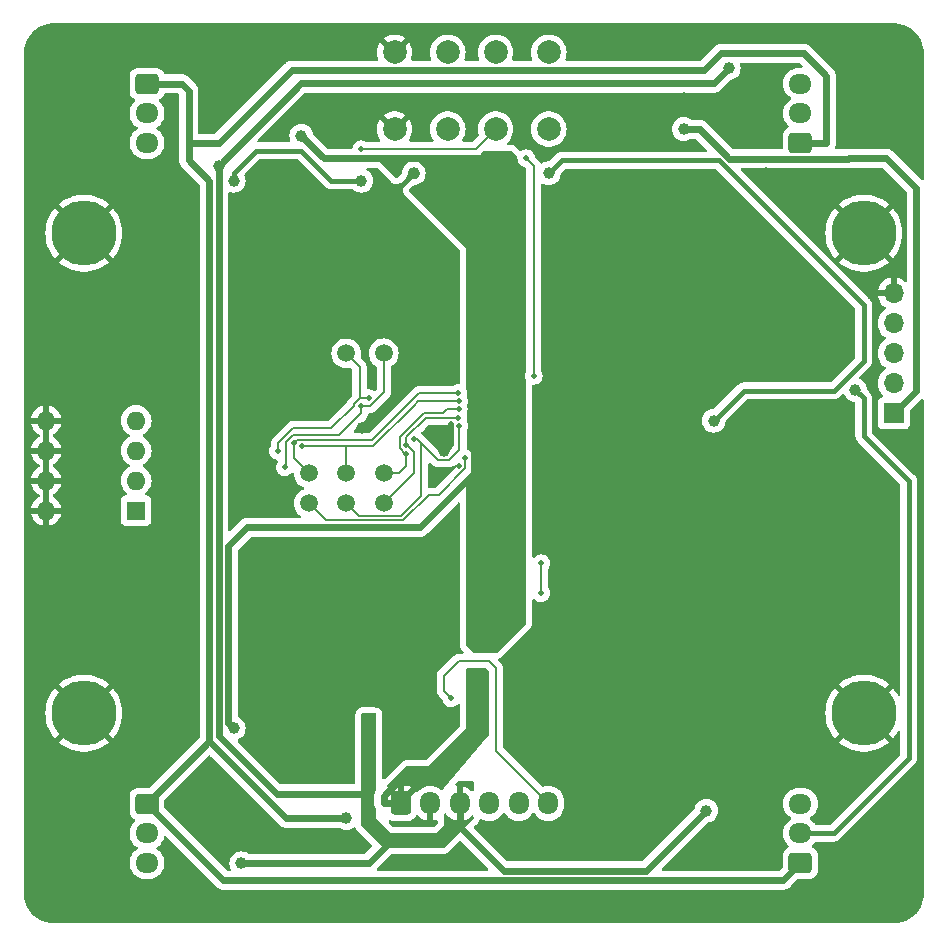
<source format=gbl>
G04 #@! TF.GenerationSoftware,KiCad,Pcbnew,7.0.7*
G04 #@! TF.CreationDate,2024-10-01T17:01:24-05:00*
G04 #@! TF.ProjectId,corner-board,636f726e-6572-42d6-926f-6172642e6b69,rev?*
G04 #@! TF.SameCoordinates,Original*
G04 #@! TF.FileFunction,Copper,L2,Bot*
G04 #@! TF.FilePolarity,Positive*
%FSLAX46Y46*%
G04 Gerber Fmt 4.6, Leading zero omitted, Abs format (unit mm)*
G04 Created by KiCad (PCBNEW 7.0.7) date 2024-10-01 17:01:24*
%MOMM*%
%LPD*%
G01*
G04 APERTURE LIST*
G04 Aperture macros list*
%AMRoundRect*
0 Rectangle with rounded corners*
0 $1 Rounding radius*
0 $2 $3 $4 $5 $6 $7 $8 $9 X,Y pos of 4 corners*
0 Add a 4 corners polygon primitive as box body*
4,1,4,$2,$3,$4,$5,$6,$7,$8,$9,$2,$3,0*
0 Add four circle primitives for the rounded corners*
1,1,$1+$1,$2,$3*
1,1,$1+$1,$4,$5*
1,1,$1+$1,$6,$7*
1,1,$1+$1,$8,$9*
0 Add four rect primitives between the rounded corners*
20,1,$1+$1,$2,$3,$4,$5,0*
20,1,$1+$1,$4,$5,$6,$7,0*
20,1,$1+$1,$6,$7,$8,$9,0*
20,1,$1+$1,$8,$9,$2,$3,0*%
G04 Aperture macros list end*
G04 #@! TA.AperFunction,SMDPad,CuDef*
%ADD10C,1.500000*%
G04 #@! TD*
G04 #@! TA.AperFunction,ComponentPad*
%ADD11RoundRect,0.250000X-0.600000X-0.725000X0.600000X-0.725000X0.600000X0.725000X-0.600000X0.725000X0*%
G04 #@! TD*
G04 #@! TA.AperFunction,ComponentPad*
%ADD12O,1.700000X1.950000*%
G04 #@! TD*
G04 #@! TA.AperFunction,ComponentPad*
%ADD13C,2.000000*%
G04 #@! TD*
G04 #@! TA.AperFunction,ComponentPad*
%ADD14C,5.500000*%
G04 #@! TD*
G04 #@! TA.AperFunction,ComponentPad*
%ADD15R,1.600000X1.600000*%
G04 #@! TD*
G04 #@! TA.AperFunction,ComponentPad*
%ADD16O,1.600000X1.600000*%
G04 #@! TD*
G04 #@! TA.AperFunction,ComponentPad*
%ADD17R,1.700000X1.700000*%
G04 #@! TD*
G04 #@! TA.AperFunction,ComponentPad*
%ADD18O,1.700000X1.700000*%
G04 #@! TD*
G04 #@! TA.AperFunction,ComponentPad*
%ADD19O,1.950000X1.700000*%
G04 #@! TD*
G04 #@! TA.AperFunction,ComponentPad*
%ADD20RoundRect,0.250000X0.725000X-0.600000X0.725000X0.600000X-0.725000X0.600000X-0.725000X-0.600000X0*%
G04 #@! TD*
G04 #@! TA.AperFunction,ComponentPad*
%ADD21RoundRect,0.250000X-0.725000X0.600000X-0.725000X-0.600000X0.725000X-0.600000X0.725000X0.600000X0*%
G04 #@! TD*
G04 #@! TA.AperFunction,ViaPad*
%ADD22C,0.500000*%
G04 #@! TD*
G04 #@! TA.AperFunction,ViaPad*
%ADD23C,1.000000*%
G04 #@! TD*
G04 #@! TA.AperFunction,Conductor*
%ADD24C,0.200000*%
G04 #@! TD*
G04 #@! TA.AperFunction,Conductor*
%ADD25C,0.600000*%
G04 #@! TD*
G04 #@! TA.AperFunction,Conductor*
%ADD26C,0.400000*%
G04 #@! TD*
G04 APERTURE END LIST*
D10*
X55880000Y-53340000D03*
X55880000Y-43180000D03*
X52705000Y-43180000D03*
X49530000Y-55880000D03*
X55880000Y-55880000D03*
X52705000Y-55880000D03*
X52705000Y-53340000D03*
X49530000Y-53340000D03*
D11*
X57310000Y-81280000D03*
D12*
X59810000Y-81280000D03*
X62310000Y-81280000D03*
X64810000Y-81280000D03*
X67310000Y-81280000D03*
X69810000Y-81280000D03*
D13*
X56805000Y-24205000D03*
X56805000Y-17705000D03*
X61305000Y-24205000D03*
X61305000Y-17705000D03*
D14*
X96520000Y-73660000D03*
D15*
X34915000Y-56505000D03*
D16*
X34915000Y-53965000D03*
X34915000Y-51425000D03*
X34915000Y-48885000D03*
X27295000Y-48885000D03*
X27295000Y-51425000D03*
X27295000Y-53965000D03*
X27295000Y-56505000D03*
D17*
X99060000Y-48260000D03*
D18*
X99060000Y-45720000D03*
X99060000Y-43180000D03*
X99060000Y-40640000D03*
X99060000Y-38100000D03*
D19*
X91165000Y-20360000D03*
X91165000Y-22860000D03*
D20*
X91165000Y-25360000D03*
D14*
X30480000Y-33020000D03*
D13*
X65355000Y-24205000D03*
X65355000Y-17705000D03*
X69855000Y-24205000D03*
X69855000Y-17705000D03*
D14*
X96520000Y-33020000D03*
D19*
X35835000Y-86320000D03*
X35835000Y-83820000D03*
D21*
X35835000Y-81320000D03*
X35835000Y-20360000D03*
D19*
X35835000Y-22860000D03*
X35835000Y-25360000D03*
D14*
X30480000Y-73660000D03*
D19*
X91165000Y-81320000D03*
X91165000Y-83820000D03*
D20*
X91165000Y-86320000D03*
D22*
X62750500Y-52070000D03*
D23*
X63865000Y-72390000D03*
X63500000Y-75565000D03*
X52705000Y-82550000D03*
X41275000Y-80010000D03*
X81280000Y-21590000D03*
X66040000Y-83185000D03*
X60325000Y-68580000D03*
X38735000Y-75565000D03*
X88265000Y-24130000D03*
X78105000Y-59055000D03*
X71755000Y-56515000D03*
X41275000Y-84455000D03*
D22*
X62230000Y-52705000D03*
D23*
X93980000Y-80010000D03*
X94615000Y-40005000D03*
X96520000Y-25400000D03*
X43815000Y-30480000D03*
X63500000Y-22225000D03*
X75565000Y-71120000D03*
X60960000Y-51435000D03*
D22*
X61554129Y-49177214D03*
D23*
X38100000Y-27305000D03*
X88265000Y-27940000D03*
X62865000Y-86360000D03*
X55245000Y-30480000D03*
X58420000Y-27940000D03*
X85090000Y-82550000D03*
X71755000Y-25400000D03*
X93980000Y-85725000D03*
X95250000Y-20955000D03*
X52070000Y-78740000D03*
X54060332Y-49469500D03*
X65405000Y-60960000D03*
X43180000Y-74930000D03*
X48895000Y-24765000D03*
X63500000Y-45720000D03*
X66040000Y-26670000D03*
X59690000Y-29210000D03*
X81280000Y-24205000D03*
X64770000Y-66675000D03*
X67310000Y-56515000D03*
D22*
X67945000Y-26670000D03*
X68580000Y-45085000D03*
D23*
X43180000Y-28575000D03*
X83820000Y-48895000D03*
X69850000Y-27940000D03*
X53975000Y-28575000D03*
X95813246Y-46283246D03*
X41910000Y-27305000D03*
X85090000Y-19050000D03*
X83185000Y-81915000D03*
X54610000Y-75565000D03*
X43815000Y-86360000D03*
D22*
X61595000Y-72390000D03*
X53975000Y-25920500D03*
X48998648Y-51069500D03*
X62246094Y-47229732D03*
X62199240Y-46531800D03*
X48260000Y-50800000D03*
X62217636Y-47928656D03*
X57789488Y-51679633D03*
X57785000Y-50969000D03*
X62192687Y-48627714D03*
X62289400Y-49320499D03*
X58420000Y-50419500D03*
X69215000Y-60960000D03*
X47482535Y-52847465D03*
X69215000Y-63500000D03*
X53975000Y-47625000D03*
X46925497Y-51435000D03*
X54610000Y-46990000D03*
D24*
X54752818Y-47625000D02*
X55880000Y-46497818D01*
X53975000Y-47625000D02*
X54752818Y-47625000D01*
X55880000Y-46497818D02*
X55880000Y-43180000D01*
X53832182Y-44307182D02*
X52705000Y-43180000D01*
X53832182Y-46990000D02*
X53832182Y-44307182D01*
D25*
X42710000Y-74460000D02*
X43180000Y-74930000D01*
X42710000Y-59525000D02*
X42710000Y-74460000D01*
X44305000Y-57930000D02*
X42710000Y-59525000D01*
X63500000Y-53340000D02*
X58910000Y-57930000D01*
X58910000Y-57930000D02*
X44305000Y-57930000D01*
D24*
X62780000Y-52099500D02*
X62780000Y-52932818D01*
X60537132Y-55175686D02*
X59690000Y-55175686D01*
X62750500Y-52070000D02*
X62780000Y-52099500D01*
X62780000Y-52932818D02*
X60537132Y-55175686D01*
X57535686Y-57330000D02*
X59690000Y-55175686D01*
X50980000Y-57330000D02*
X57535686Y-57330000D01*
X49530000Y-55880000D02*
X50980000Y-57330000D01*
X59055000Y-55245000D02*
X59055000Y-50800000D01*
X57370000Y-56930000D02*
X59055000Y-55245000D01*
X53755000Y-56930000D02*
X57370000Y-56930000D01*
X52705000Y-55880000D02*
X53755000Y-56930000D01*
X58420000Y-53340000D02*
X55880000Y-55880000D01*
X58420000Y-51532327D02*
X58420000Y-53340000D01*
X57856673Y-50969000D02*
X58420000Y-51532327D01*
X57785000Y-50969000D02*
X57856673Y-50969000D01*
X59055000Y-50800000D02*
X60490000Y-52235000D01*
X58674500Y-50419500D02*
X59055000Y-50800000D01*
X57150000Y-53340000D02*
X55880000Y-53340000D01*
X57789488Y-52700512D02*
X57150000Y-53340000D01*
X57789488Y-51679633D02*
X57789488Y-52700512D01*
X52705000Y-51069500D02*
X52705000Y-53340000D01*
X52705000Y-51069500D02*
X48998648Y-51069500D01*
X54975500Y-51069500D02*
X52705000Y-51069500D01*
X48260000Y-50800000D02*
X48260000Y-52070000D01*
X48260000Y-52070000D02*
X49530000Y-53340000D01*
D25*
X57310000Y-81120000D02*
X59055000Y-79375000D01*
X47615000Y-82550000D02*
X41110000Y-76045000D01*
X42310000Y-87795000D02*
X35835000Y-81320000D01*
X39370000Y-20955000D02*
X39370000Y-25400000D01*
X39370000Y-25400000D02*
X39370000Y-26835000D01*
X93345000Y-19685000D02*
X91440000Y-17780000D01*
X48105000Y-19205000D02*
X41910000Y-25400000D01*
X91205000Y-25400000D02*
X93345000Y-25400000D01*
X35835000Y-20360000D02*
X38775000Y-20360000D01*
X93345000Y-25400000D02*
X93345000Y-19685000D01*
X52705000Y-82550000D02*
X47615000Y-82550000D01*
X55880000Y-80645000D02*
X57785000Y-78740000D01*
X84455000Y-17780000D02*
X83030000Y-19205000D01*
X59055000Y-79375000D02*
X59055000Y-78740000D01*
X57785000Y-78740000D02*
X60325000Y-78740000D01*
X57310000Y-81280000D02*
X57310000Y-81120000D01*
X38775000Y-20360000D02*
X39370000Y-20955000D01*
X91165000Y-86320000D02*
X89690000Y-87795000D01*
X41910000Y-25400000D02*
X39370000Y-25400000D01*
X57310000Y-81280000D02*
X55880000Y-81280000D01*
X55880000Y-81280000D02*
X55880000Y-80645000D01*
X91440000Y-17780000D02*
X84455000Y-17780000D01*
X83030000Y-19205000D02*
X48105000Y-19205000D01*
X41110000Y-76045000D02*
X35835000Y-81320000D01*
X60325000Y-78740000D02*
X63500000Y-75565000D01*
X91165000Y-25360000D02*
X91205000Y-25400000D01*
X89690000Y-87795000D02*
X42310000Y-87795000D01*
X41110000Y-28575000D02*
X41110000Y-76045000D01*
X39370000Y-26835000D02*
X41110000Y-28575000D01*
D26*
X55880000Y-30480000D02*
X55245000Y-30480000D01*
X85090000Y-82550000D02*
X89535000Y-78105000D01*
X58420000Y-27940000D02*
X55880000Y-30480000D01*
X91440000Y-78105000D02*
X93345000Y-80010000D01*
X93345000Y-80010000D02*
X93980000Y-80010000D01*
X61554129Y-50840871D02*
X60960000Y-51435000D01*
X41275000Y-84455000D02*
X41275000Y-80010000D01*
X61554129Y-49177214D02*
X61554129Y-50840871D01*
X89535000Y-78105000D02*
X91440000Y-78105000D01*
D25*
X63500000Y-53340000D02*
X63500000Y-45720000D01*
X82625000Y-24205000D02*
X85130000Y-26710000D01*
X95250000Y-26670000D02*
X98425000Y-26670000D01*
X65405000Y-58420000D02*
X67310000Y-56515000D01*
X98425000Y-26670000D02*
X100965000Y-29210000D01*
X81280000Y-24205000D02*
X82625000Y-24205000D01*
X85130000Y-26710000D02*
X95210000Y-26710000D01*
X100965000Y-29210000D02*
X100965000Y-46355000D01*
X95210000Y-26710000D02*
X95250000Y-26670000D01*
D26*
X59690000Y-29210000D02*
X63500000Y-29210000D01*
D25*
X64135000Y-53340000D02*
X67310000Y-56515000D01*
X63500000Y-53340000D02*
X64135000Y-53340000D01*
X50800000Y-26670000D02*
X66040000Y-26670000D01*
X100965000Y-46355000D02*
X99060000Y-48260000D01*
X65405000Y-60960000D02*
X65405000Y-58420000D01*
X48895000Y-24765000D02*
X50800000Y-26670000D01*
D24*
X68580000Y-45085000D02*
X68580000Y-27305000D01*
X68580000Y-27305000D02*
X67945000Y-26670000D01*
D26*
X70942525Y-26847475D02*
X69850000Y-27940000D01*
X84277525Y-26847475D02*
X70942525Y-26847475D01*
X53975000Y-28575000D02*
X51432207Y-28575000D01*
X48892207Y-26035000D02*
X45085000Y-26035000D01*
X45085000Y-26035000D02*
X43180000Y-27940000D01*
X51432207Y-28575000D02*
X48892207Y-26035000D01*
X96520000Y-40640000D02*
X96520000Y-39089950D01*
X93980000Y-46355000D02*
X96520000Y-43815000D01*
X83820000Y-48895000D02*
X86360000Y-46355000D01*
X86360000Y-46355000D02*
X93980000Y-46355000D01*
X43180000Y-27940000D02*
X43180000Y-28575000D01*
X96520000Y-39089950D02*
X84277525Y-26847475D01*
X96520000Y-43815000D02*
X96520000Y-40640000D01*
X100330000Y-77470000D02*
X100330000Y-53975000D01*
X96520000Y-46990000D02*
X95813246Y-46283246D01*
X96520000Y-50165000D02*
X96520000Y-46990000D01*
X93980000Y-83820000D02*
X100330000Y-77470000D01*
X91165000Y-83820000D02*
X93980000Y-83820000D01*
X100330000Y-53975000D02*
X96520000Y-50165000D01*
D25*
X60325000Y-84455000D02*
X61515000Y-83265000D01*
X56515000Y-84455000D02*
X60325000Y-84455000D01*
X83185000Y-81915000D02*
X78105000Y-86995000D01*
X41910000Y-27305000D02*
X41910000Y-61595000D01*
X83820000Y-20320000D02*
X48895000Y-20320000D01*
X85090000Y-19050000D02*
X83820000Y-20320000D01*
X48895000Y-20320000D02*
X41910000Y-27305000D01*
X62310000Y-83265000D02*
X62310000Y-81280000D01*
X41910000Y-61595000D02*
X41910000Y-75565000D01*
X41910000Y-75565000D02*
X46825000Y-80480000D01*
X46990000Y-80480000D02*
X54140000Y-80480000D01*
X54140000Y-80480000D02*
X54610000Y-80010000D01*
X61515000Y-83265000D02*
X62310000Y-83265000D01*
X46825000Y-80480000D02*
X46990000Y-80480000D01*
X78105000Y-86995000D02*
X66040000Y-86995000D01*
X43815000Y-86360000D02*
X54610000Y-86360000D01*
X54610000Y-86360000D02*
X56515000Y-84455000D01*
X66040000Y-86995000D02*
X62310000Y-83265000D01*
D24*
X69810000Y-81240000D02*
X69810000Y-81280000D01*
X65405000Y-76835000D02*
X69810000Y-81240000D01*
X64770000Y-69215000D02*
X65405000Y-69850000D01*
X60960000Y-70485000D02*
X62230000Y-69215000D01*
X60960000Y-71755000D02*
X60960000Y-70485000D01*
X65405000Y-69850000D02*
X65405000Y-76835000D01*
X61595000Y-72390000D02*
X60960000Y-71755000D01*
X62230000Y-69215000D02*
X64770000Y-69215000D01*
X63690000Y-25870000D02*
X65355000Y-24205000D01*
X53975000Y-25920500D02*
X54025500Y-25870000D01*
X54025500Y-25870000D02*
X63690000Y-25870000D01*
X58420000Y-47625000D02*
X58815268Y-47229732D01*
X58815268Y-47229732D02*
X62246094Y-47229732D01*
X58420000Y-47625000D02*
X54975500Y-51069500D01*
X48540500Y-50519500D02*
X54890500Y-50519500D01*
X57785000Y-47625000D02*
X58878200Y-46531800D01*
X54890500Y-50519500D02*
X55245000Y-50165000D01*
X58878200Y-46531800D02*
X62199240Y-46531800D01*
X55245000Y-50165000D02*
X57785000Y-47625000D01*
X48260000Y-50800000D02*
X48540500Y-50519500D01*
X57717815Y-51679633D02*
X57235000Y-51196818D01*
X57235000Y-51196818D02*
X57235000Y-50260997D01*
X61226772Y-47928656D02*
X62217636Y-47928656D01*
X59268283Y-48227714D02*
X60927714Y-48227714D01*
X57235000Y-50260997D02*
X59268283Y-48227714D01*
X60927714Y-48227714D02*
X61226772Y-47928656D01*
X57789488Y-51679633D02*
X57717815Y-51679633D01*
X59433968Y-48627714D02*
X62192687Y-48627714D01*
X57785000Y-50276682D02*
X59433968Y-48627714D01*
X57785000Y-50969000D02*
X57785000Y-50276682D01*
X60490000Y-52235000D02*
X61430000Y-52235000D01*
X62289400Y-51375600D02*
X62289400Y-49320499D01*
X58420000Y-50419500D02*
X58674500Y-50419500D01*
X61430000Y-52235000D02*
X62289400Y-51375600D01*
X53975000Y-48260000D02*
X52115500Y-50119500D01*
X47625000Y-52705000D02*
X47482535Y-52847465D01*
X48162682Y-50119500D02*
X47625000Y-50657182D01*
X52115500Y-50119500D02*
X52070000Y-50119500D01*
X52070000Y-50119500D02*
X48162682Y-50119500D01*
X53975000Y-47625000D02*
X53975000Y-48260000D01*
X69215000Y-63500000D02*
X69215000Y-60960000D01*
X47625000Y-50657182D02*
X47625000Y-52705000D01*
X48186496Y-49530000D02*
X46925497Y-50790999D01*
X46925497Y-50790999D02*
X46925497Y-51435000D01*
X54610000Y-46990000D02*
X53832182Y-46990000D01*
X53340000Y-47482182D02*
X53340000Y-47625000D01*
X53832182Y-46990000D02*
X53340000Y-47482182D01*
X53340000Y-47625000D02*
X51435000Y-49530000D01*
X51435000Y-49530000D02*
X48186496Y-49530000D01*
G04 #@! TA.AperFunction,Conductor*
G36*
X55188039Y-73679685D02*
G01*
X55233794Y-73732489D01*
X55245000Y-73784000D01*
X55244999Y-80113972D01*
X55225314Y-80181011D01*
X55217949Y-80191281D01*
X55197910Y-80216410D01*
X55179791Y-80254033D01*
X55176427Y-80260120D01*
X55154212Y-80295476D01*
X55154208Y-80295483D01*
X55140416Y-80334895D01*
X55137755Y-80341320D01*
X55119639Y-80378939D01*
X55110344Y-80419659D01*
X55108419Y-80426341D01*
X55094632Y-80465744D01*
X55089955Y-80507235D01*
X55088791Y-80514089D01*
X55079500Y-80554806D01*
X55079500Y-81231564D01*
X55079110Y-81238502D01*
X55075271Y-81272572D01*
X55074435Y-81279999D01*
X55074435Y-81280003D01*
X55079120Y-81321583D01*
X55079121Y-81321592D01*
X55094630Y-81459249D01*
X55094631Y-81459254D01*
X55154211Y-81629524D01*
X55225993Y-81743762D01*
X55245000Y-81809735D01*
X55245000Y-82550000D01*
X56515000Y-83820000D01*
X60325000Y-83820000D01*
X60960000Y-83185000D01*
X60960000Y-82223926D01*
X60979683Y-82156891D01*
X61032487Y-82111136D01*
X61101646Y-82101192D01*
X61165202Y-82130217D01*
X61185574Y-82152806D01*
X61271890Y-82276077D01*
X61271891Y-82276079D01*
X61438917Y-82443105D01*
X61632421Y-82578600D01*
X61846507Y-82678429D01*
X61846516Y-82678433D01*
X62059998Y-82735635D01*
X62059999Y-82735634D01*
X62059999Y-81867044D01*
X62079684Y-81800005D01*
X62132488Y-81754250D01*
X62201646Y-81744306D01*
X62215177Y-81746251D01*
X62276025Y-81755000D01*
X62276026Y-81755000D01*
X62343974Y-81755000D01*
X62343975Y-81755000D01*
X62413570Y-81744993D01*
X62418353Y-81744306D01*
X62487512Y-81754250D01*
X62540316Y-81800005D01*
X62560000Y-81867044D01*
X62560000Y-82735633D01*
X62773483Y-82678433D01*
X62773492Y-82678429D01*
X62987577Y-82578600D01*
X62987579Y-82578599D01*
X63181073Y-82443113D01*
X63181079Y-82443108D01*
X63288319Y-82335869D01*
X63349642Y-82302384D01*
X63419334Y-82307368D01*
X63475267Y-82349240D01*
X63499684Y-82414704D01*
X63500000Y-82423550D01*
X63500000Y-82498638D01*
X63480315Y-82565677D01*
X63463681Y-82586319D01*
X60996319Y-85053681D01*
X60934996Y-85087166D01*
X60908638Y-85090000D01*
X55931362Y-85090000D01*
X55864323Y-85070315D01*
X55843681Y-85053681D01*
X54011319Y-83221319D01*
X53977834Y-83159996D01*
X53975000Y-83133638D01*
X53975000Y-73784000D01*
X53994685Y-73716961D01*
X54047489Y-73671206D01*
X54099000Y-73660000D01*
X55121000Y-73660000D01*
X55188039Y-73679685D01*
G37*
G04 #@! TD.AperFunction*
G04 #@! TA.AperFunction,Conductor*
G36*
X63443039Y-79394685D02*
G01*
X63488794Y-79447489D01*
X63500000Y-79499000D01*
X63500000Y-80136450D01*
X63480315Y-80203489D01*
X63427511Y-80249244D01*
X63358353Y-80259188D01*
X63294797Y-80230163D01*
X63288319Y-80224131D01*
X63181082Y-80116894D01*
X62987578Y-79981399D01*
X62773492Y-79881570D01*
X62773486Y-79881567D01*
X62560000Y-79824364D01*
X62560000Y-80692956D01*
X62540315Y-80759995D01*
X62487511Y-80805750D01*
X62418353Y-80815694D01*
X62392064Y-80811914D01*
X62343975Y-80805000D01*
X62276025Y-80805000D01*
X62201646Y-80815694D01*
X62132487Y-80805750D01*
X62079683Y-80759995D01*
X62059999Y-80692956D01*
X62059998Y-79824364D01*
X62048294Y-79815383D01*
X62019972Y-79814709D01*
X61962110Y-79775545D01*
X61934607Y-79711317D01*
X61946194Y-79642415D01*
X61963578Y-79615904D01*
X62132952Y-79418301D01*
X62191527Y-79380212D01*
X62227100Y-79375000D01*
X63376000Y-79375000D01*
X63443039Y-79394685D01*
G37*
G04 #@! TD.AperFunction*
G04 #@! TA.AperFunction,Conductor*
G36*
X64571442Y-69869685D02*
G01*
X64592084Y-69886319D01*
X64733681Y-70027916D01*
X64767166Y-70089239D01*
X64770000Y-70115597D01*
X64770000Y-75519129D01*
X64750315Y-75586168D01*
X64740148Y-75599827D01*
X60961553Y-80008188D01*
X60958318Y-80011681D01*
X60855126Y-80114870D01*
X60793803Y-80148354D01*
X60724111Y-80143369D01*
X60686306Y-80119073D01*
X60685544Y-80119982D01*
X60681407Y-80116511D01*
X60681401Y-80116505D01*
X60638769Y-80086654D01*
X60487834Y-79980967D01*
X60487830Y-79980965D01*
X60378887Y-79930164D01*
X60273663Y-79881097D01*
X60273659Y-79881096D01*
X60273655Y-79881094D01*
X60045413Y-79819938D01*
X60045403Y-79819936D01*
X59810001Y-79799341D01*
X59809999Y-79799341D01*
X59574596Y-79819936D01*
X59574586Y-79819938D01*
X59346344Y-79881094D01*
X59346335Y-79881098D01*
X59132171Y-79980964D01*
X59132169Y-79980965D01*
X58938597Y-80116505D01*
X58791035Y-80264068D01*
X58729712Y-80297553D01*
X58660020Y-80292569D01*
X58604087Y-80250697D01*
X58597815Y-80241484D01*
X58502315Y-80086654D01*
X58378345Y-79962684D01*
X58229124Y-79870643D01*
X58229119Y-79870641D01*
X58062697Y-79815494D01*
X58062690Y-79815493D01*
X57959986Y-79805000D01*
X57559999Y-79805000D01*
X57559999Y-80692955D01*
X57540314Y-80759995D01*
X57487510Y-80805749D01*
X57418353Y-80815693D01*
X57343976Y-80805000D01*
X57343975Y-80805000D01*
X57276025Y-80805000D01*
X57201647Y-80815694D01*
X57132488Y-80805750D01*
X57079684Y-80759995D01*
X57060000Y-80692956D01*
X57060000Y-79805000D01*
X56660028Y-79805000D01*
X56660012Y-79805001D01*
X56557302Y-79815494D01*
X56390880Y-79870641D01*
X56390871Y-79870645D01*
X56324272Y-79911724D01*
X56256879Y-79930164D01*
X56190216Y-79909241D01*
X56145447Y-79855599D01*
X56136786Y-79786268D01*
X56166983Y-79723261D01*
X56171476Y-79718523D01*
X57748681Y-78141319D01*
X57810004Y-78107834D01*
X57836362Y-78105000D01*
X59690000Y-78105000D01*
X62865000Y-74930000D01*
X62865000Y-69973999D01*
X62884685Y-69906961D01*
X62937489Y-69861206D01*
X62989000Y-69850000D01*
X64504403Y-69850000D01*
X64571442Y-69869685D01*
G37*
G04 #@! TD.AperFunction*
G04 #@! TA.AperFunction,Conductor*
G36*
X66690677Y-26054685D02*
G01*
X66711319Y-26071319D01*
X67159702Y-26519702D01*
X67193187Y-26581025D01*
X67195241Y-26621265D01*
X67189751Y-26669995D01*
X67189751Y-26670002D01*
X67208685Y-26838056D01*
X67264545Y-26997694D01*
X67264547Y-26997697D01*
X67354518Y-27140884D01*
X67354523Y-27140890D01*
X67474109Y-27260476D01*
X67474115Y-27260481D01*
X67617302Y-27350452D01*
X67617308Y-27350455D01*
X67617310Y-27350456D01*
X67776941Y-27406313D01*
X67795961Y-27408455D01*
X67860373Y-27435520D01*
X67869760Y-27443995D01*
X67908681Y-27482916D01*
X67942166Y-27544239D01*
X67945000Y-27570597D01*
X67945000Y-44649242D01*
X67925994Y-44715213D01*
X67899546Y-44757304D01*
X67899545Y-44757305D01*
X67843685Y-44916943D01*
X67824751Y-45084997D01*
X67824751Y-45085002D01*
X67843686Y-45253057D01*
X67899543Y-45412690D01*
X67925993Y-45454783D01*
X67945000Y-45520756D01*
X67945000Y-65988637D01*
X67925315Y-66055676D01*
X67908681Y-66076318D01*
X65441319Y-68543681D01*
X65379996Y-68577166D01*
X65353638Y-68580000D01*
X63551362Y-68580000D01*
X63484323Y-68560315D01*
X63463681Y-68543681D01*
X62901319Y-67981319D01*
X62867834Y-67919996D01*
X62865000Y-67893638D01*
X62865000Y-53748414D01*
X62884685Y-53681375D01*
X62901319Y-53660733D01*
X63004075Y-53557977D01*
X63173914Y-53388137D01*
X63179999Y-53382801D01*
X63208282Y-53361100D01*
X63304536Y-53235659D01*
X63365044Y-53089580D01*
X63380500Y-52972179D01*
X63385682Y-52932818D01*
X63381030Y-52897487D01*
X63380500Y-52889389D01*
X63380500Y-52513712D01*
X63399506Y-52447740D01*
X63430956Y-52397690D01*
X63486813Y-52238059D01*
X63496281Y-52154029D01*
X63505749Y-52070002D01*
X63505749Y-52069997D01*
X63486814Y-51901943D01*
X63430954Y-51742305D01*
X63430952Y-51742302D01*
X63340981Y-51599115D01*
X63340976Y-51599109D01*
X63221390Y-51479523D01*
X63221384Y-51479518D01*
X63078197Y-51389547D01*
X63078191Y-51389544D01*
X62975410Y-51353580D01*
X62972945Y-51352717D01*
X62916170Y-51311996D01*
X62890422Y-51247044D01*
X62889900Y-51235676D01*
X62889900Y-49811161D01*
X62908907Y-49745188D01*
X62914827Y-49735764D01*
X62969856Y-49648189D01*
X63025713Y-49488558D01*
X63044649Y-49320499D01*
X63034251Y-49228214D01*
X63025714Y-49152442D01*
X63002035Y-49084773D01*
X62969856Y-48992809D01*
X62969854Y-48992806D01*
X62969854Y-48992805D01*
X62931100Y-48931129D01*
X62912099Y-48863892D01*
X62919051Y-48824204D01*
X62929000Y-48795773D01*
X62947936Y-48627714D01*
X62947936Y-48627711D01*
X62929001Y-48459657D01*
X62891754Y-48353212D01*
X62888193Y-48283433D01*
X62897076Y-48258456D01*
X62898087Y-48256352D01*
X62898092Y-48256346D01*
X62951688Y-48103178D01*
X62953949Y-48096717D01*
X62953949Y-48096715D01*
X62972885Y-47928658D01*
X62972885Y-47928653D01*
X62953950Y-47760604D01*
X62953949Y-47760603D01*
X62953949Y-47760597D01*
X62918205Y-47658448D01*
X62914645Y-47588673D01*
X62923530Y-47563690D01*
X62926544Y-47557431D01*
X62926550Y-47557422D01*
X62961710Y-47456941D01*
X62982407Y-47397793D01*
X62982407Y-47397791D01*
X63001343Y-47229734D01*
X63001343Y-47229729D01*
X62982407Y-47061674D01*
X62957327Y-46990000D01*
X62926550Y-46902042D01*
X62918660Y-46889486D01*
X62899661Y-46822252D01*
X62906614Y-46782561D01*
X62935554Y-46699856D01*
X62954489Y-46531802D01*
X62954489Y-46531797D01*
X62935554Y-46363743D01*
X62916589Y-46309544D01*
X62879696Y-46204110D01*
X62879694Y-46204107D01*
X62879694Y-46204106D01*
X62877280Y-46199093D01*
X62865000Y-46145291D01*
X62865000Y-34290000D01*
X62864999Y-34289999D01*
X58050509Y-29475508D01*
X58017024Y-29414185D01*
X58022008Y-29344493D01*
X58050507Y-29300148D01*
X58372339Y-28978316D01*
X58433660Y-28944833D01*
X58447855Y-28942597D01*
X58616132Y-28926024D01*
X58804727Y-28868814D01*
X58978538Y-28775910D01*
X59130883Y-28650883D01*
X59255910Y-28498538D01*
X59341724Y-28337991D01*
X59348811Y-28324733D01*
X59348811Y-28324732D01*
X59348814Y-28324727D01*
X59406024Y-28136132D01*
X59425341Y-27940000D01*
X59406024Y-27743868D01*
X59348814Y-27555273D01*
X59348811Y-27555269D01*
X59348811Y-27555266D01*
X59255913Y-27381467D01*
X59255909Y-27381460D01*
X59130883Y-27229116D01*
X58978539Y-27104090D01*
X58978532Y-27104086D01*
X58804733Y-27011188D01*
X58804727Y-27011186D01*
X58616132Y-26953976D01*
X58616129Y-26953975D01*
X58420000Y-26934659D01*
X58223870Y-26953975D01*
X58035266Y-27011188D01*
X57861467Y-27104086D01*
X57861460Y-27104090D01*
X57709116Y-27229116D01*
X57584090Y-27381460D01*
X57584086Y-27381467D01*
X57491188Y-27555266D01*
X57433975Y-27743870D01*
X57417403Y-27912133D01*
X57391242Y-27976921D01*
X57381681Y-27987660D01*
X57059851Y-28309490D01*
X56998528Y-28342975D01*
X56928836Y-28337991D01*
X56884491Y-28309491D01*
X55257181Y-26682181D01*
X55223696Y-26620858D01*
X55228680Y-26551166D01*
X55270552Y-26495233D01*
X55336016Y-26470816D01*
X55344862Y-26470500D01*
X63646572Y-26470500D01*
X63654670Y-26471030D01*
X63690000Y-26475682D01*
X63690001Y-26475682D01*
X63742253Y-26468802D01*
X63846762Y-26455044D01*
X63992841Y-26394536D01*
X63996941Y-26391390D01*
X64118282Y-26298282D01*
X64139983Y-26269999D01*
X64145319Y-26263914D01*
X64337915Y-26071318D01*
X64399238Y-26037834D01*
X64425596Y-26035000D01*
X66623638Y-26035000D01*
X66690677Y-26054685D01*
G37*
G04 #@! TD.AperFunction*
G04 #@! TA.AperFunction,Conductor*
G36*
X27188331Y-54353091D02*
G01*
X27220699Y-54358218D01*
X27263515Y-54365000D01*
X27263519Y-54365000D01*
X27326485Y-54365000D01*
X27369300Y-54358218D01*
X27401602Y-54353102D01*
X27470894Y-54362056D01*
X27524347Y-54407052D01*
X27544987Y-54473803D01*
X27545000Y-54475575D01*
X27545000Y-55994424D01*
X27525315Y-56061463D01*
X27472511Y-56107218D01*
X27403353Y-56117162D01*
X27401602Y-56116897D01*
X27326486Y-56105000D01*
X27326481Y-56105000D01*
X27263519Y-56105000D01*
X27263512Y-56105000D01*
X27188396Y-56116897D01*
X27119103Y-56107942D01*
X27065651Y-56062946D01*
X27045012Y-55996194D01*
X27044999Y-55994424D01*
X27045000Y-55305000D01*
X27045000Y-54475575D01*
X27064685Y-54408536D01*
X27117489Y-54362781D01*
X27186647Y-54352837D01*
X27188331Y-54353091D01*
G37*
G04 #@! TD.AperFunction*
G04 #@! TA.AperFunction,Conductor*
G36*
X27188331Y-51813091D02*
G01*
X27220699Y-51818218D01*
X27263515Y-51825000D01*
X27263519Y-51825000D01*
X27326485Y-51825000D01*
X27369300Y-51818218D01*
X27401602Y-51813102D01*
X27470894Y-51822056D01*
X27524347Y-51867052D01*
X27544987Y-51933803D01*
X27545000Y-51935575D01*
X27545000Y-53454424D01*
X27525315Y-53521463D01*
X27472511Y-53567218D01*
X27403353Y-53577162D01*
X27401602Y-53576897D01*
X27326486Y-53565000D01*
X27326481Y-53565000D01*
X27263519Y-53565000D01*
X27263512Y-53565000D01*
X27188396Y-53576897D01*
X27119103Y-53567942D01*
X27065651Y-53522946D01*
X27045012Y-53456194D01*
X27044999Y-53454424D01*
X27045000Y-52765000D01*
X27045000Y-51935575D01*
X27064685Y-51868536D01*
X27117489Y-51822781D01*
X27186647Y-51812837D01*
X27188331Y-51813091D01*
G37*
G04 #@! TD.AperFunction*
G04 #@! TA.AperFunction,Conductor*
G36*
X27188331Y-49273091D02*
G01*
X27220699Y-49278218D01*
X27263515Y-49285000D01*
X27263519Y-49285000D01*
X27326485Y-49285000D01*
X27369300Y-49278218D01*
X27401602Y-49273102D01*
X27470894Y-49282056D01*
X27524347Y-49327052D01*
X27544987Y-49393803D01*
X27545000Y-49395575D01*
X27545000Y-50914424D01*
X27525315Y-50981463D01*
X27472511Y-51027218D01*
X27403353Y-51037162D01*
X27401602Y-51036897D01*
X27326486Y-51025000D01*
X27326481Y-51025000D01*
X27263519Y-51025000D01*
X27263512Y-51025000D01*
X27188396Y-51036897D01*
X27119103Y-51027942D01*
X27065651Y-50982946D01*
X27045012Y-50916194D01*
X27044999Y-50914424D01*
X27045000Y-50225000D01*
X27045000Y-49395575D01*
X27064685Y-49328536D01*
X27117489Y-49282781D01*
X27186647Y-49272837D01*
X27188331Y-49273091D01*
G37*
G04 #@! TD.AperFunction*
G04 #@! TA.AperFunction,Conductor*
G36*
X99061737Y-15240598D02*
G01*
X99095041Y-15242467D01*
X99175603Y-15246992D01*
X99347691Y-15257401D01*
X99354297Y-15258160D01*
X99425907Y-15270327D01*
X99490343Y-15281277D01*
X99583462Y-15298340D01*
X99639227Y-15308560D01*
X99645198Y-15309963D01*
X99782032Y-15349384D01*
X99922850Y-15393265D01*
X99928092Y-15395164D01*
X100061420Y-15450391D01*
X100194609Y-15510334D01*
X100199147Y-15512605D01*
X100272221Y-15552991D01*
X100326422Y-15582947D01*
X100326439Y-15582956D01*
X100450935Y-15658217D01*
X100454739Y-15660711D01*
X100572726Y-15744427D01*
X100575072Y-15746176D01*
X100670416Y-15820874D01*
X100688332Y-15834910D01*
X100691409Y-15837486D01*
X100799430Y-15934018D01*
X100801957Y-15936408D01*
X100903590Y-16038041D01*
X100905980Y-16040568D01*
X101002512Y-16148589D01*
X101005088Y-16151666D01*
X101093811Y-16264912D01*
X101095571Y-16267272D01*
X101179287Y-16385259D01*
X101181781Y-16389063D01*
X101257043Y-16513560D01*
X101327393Y-16640851D01*
X101329668Y-16645398D01*
X101389609Y-16778581D01*
X101444831Y-16911899D01*
X101446744Y-16917183D01*
X101466163Y-16979500D01*
X101490631Y-17058021D01*
X101530032Y-17194790D01*
X101531440Y-17200781D01*
X101558722Y-17349656D01*
X101581835Y-17485683D01*
X101582599Y-17492330D01*
X101593012Y-17664475D01*
X101599402Y-17778263D01*
X101599500Y-17781741D01*
X101599500Y-28413059D01*
X101579815Y-28480098D01*
X101527011Y-28525853D01*
X101457853Y-28535797D01*
X101394297Y-28506772D01*
X101387819Y-28500740D01*
X98976693Y-26089615D01*
X98976691Y-26089612D01*
X98959252Y-26072173D01*
X98927262Y-26040184D01*
X98927259Y-26040182D01*
X98927258Y-26040181D01*
X98891904Y-26017966D01*
X98886229Y-26013940D01*
X98853589Y-25987910D01*
X98815959Y-25969787D01*
X98809872Y-25966422D01*
X98774525Y-25944212D01*
X98735114Y-25930421D01*
X98728688Y-25927759D01*
X98691061Y-25909639D01*
X98650345Y-25900345D01*
X98643662Y-25898420D01*
X98604259Y-25884632D01*
X98562763Y-25879955D01*
X98555908Y-25878791D01*
X98515200Y-25869501D01*
X98515196Y-25869500D01*
X98515194Y-25869500D01*
X98469954Y-25869500D01*
X95340195Y-25869500D01*
X95159806Y-25869500D01*
X95153888Y-25870850D01*
X95119089Y-25878791D01*
X95112235Y-25879955D01*
X95070744Y-25884632D01*
X95031341Y-25898419D01*
X95024658Y-25900344D01*
X94998174Y-25906390D01*
X94970577Y-25909500D01*
X94189573Y-25909500D01*
X94122534Y-25889815D01*
X94076779Y-25837011D01*
X94066835Y-25767853D01*
X94072531Y-25744546D01*
X94124716Y-25595408D01*
X94130368Y-25579255D01*
X94143188Y-25465474D01*
X94150565Y-25400003D01*
X94150565Y-25399998D01*
X94146058Y-25359999D01*
X94145889Y-25358502D01*
X94145500Y-25351564D01*
X94145500Y-19594807D01*
X94145500Y-19594806D01*
X94136207Y-19554093D01*
X94135042Y-19547233D01*
X94130368Y-19505745D01*
X94124370Y-19488604D01*
X94116576Y-19466328D01*
X94114650Y-19459641D01*
X94105360Y-19418939D01*
X94087238Y-19381307D01*
X94084583Y-19374899D01*
X94070789Y-19335478D01*
X94070785Y-19335471D01*
X94048574Y-19300122D01*
X94045209Y-19294033D01*
X94035289Y-19273435D01*
X94027092Y-19256414D01*
X94018890Y-19246129D01*
X94001055Y-19223763D01*
X93997029Y-19218089D01*
X93974819Y-19182742D01*
X93974817Y-19182739D01*
X91942262Y-17150184D01*
X91942259Y-17150182D01*
X91906904Y-17127966D01*
X91901229Y-17123940D01*
X91868589Y-17097910D01*
X91830959Y-17079787D01*
X91824872Y-17076422D01*
X91789525Y-17054212D01*
X91750114Y-17040421D01*
X91743688Y-17037759D01*
X91706061Y-17019639D01*
X91665345Y-17010345D01*
X91658662Y-17008420D01*
X91619259Y-16994632D01*
X91577763Y-16989955D01*
X91570908Y-16988791D01*
X91530200Y-16979501D01*
X91530196Y-16979500D01*
X91530194Y-16979500D01*
X91484954Y-16979500D01*
X84545194Y-16979500D01*
X84364805Y-16979500D01*
X84364803Y-16979500D01*
X84364797Y-16979501D01*
X84324098Y-16988790D01*
X84317242Y-16989955D01*
X84275743Y-16994632D01*
X84236328Y-17008423D01*
X84229646Y-17010348D01*
X84188940Y-17019640D01*
X84151326Y-17037753D01*
X84144901Y-17040414D01*
X84105482Y-17054209D01*
X84105474Y-17054213D01*
X84070117Y-17076428D01*
X84064032Y-17079791D01*
X84026413Y-17097908D01*
X84026411Y-17097909D01*
X83993769Y-17123941D01*
X83988096Y-17127966D01*
X83952739Y-17150183D01*
X83862164Y-17240755D01*
X83862160Y-17240761D01*
X82734741Y-18368181D01*
X82673418Y-18401666D01*
X82647060Y-18404500D01*
X71376473Y-18404500D01*
X71309434Y-18384815D01*
X71263679Y-18332011D01*
X71253735Y-18262853D01*
X71262916Y-18230692D01*
X71279063Y-18193881D01*
X71340108Y-17952821D01*
X71345238Y-17890915D01*
X71360643Y-17705005D01*
X71360643Y-17704994D01*
X71340109Y-17457187D01*
X71340107Y-17457175D01*
X71279063Y-17216118D01*
X71179173Y-16988393D01*
X71043166Y-16780217D01*
X70919056Y-16645398D01*
X70874744Y-16597262D01*
X70678509Y-16444526D01*
X70678507Y-16444525D01*
X70678506Y-16444524D01*
X70459811Y-16326172D01*
X70459802Y-16326169D01*
X70224616Y-16245429D01*
X69979335Y-16204500D01*
X69730665Y-16204500D01*
X69485383Y-16245429D01*
X69250197Y-16326169D01*
X69250188Y-16326172D01*
X69031493Y-16444524D01*
X68835257Y-16597261D01*
X68666833Y-16780217D01*
X68530826Y-16988393D01*
X68430936Y-17216118D01*
X68369892Y-17457175D01*
X68369890Y-17457187D01*
X68349357Y-17704994D01*
X68349357Y-17705005D01*
X68369890Y-17952812D01*
X68369892Y-17952824D01*
X68430936Y-18193878D01*
X68430937Y-18193881D01*
X68447083Y-18230690D01*
X68455986Y-18299989D01*
X68426009Y-18363102D01*
X68366670Y-18399989D01*
X68333527Y-18404500D01*
X66876473Y-18404500D01*
X66809434Y-18384815D01*
X66763679Y-18332011D01*
X66753735Y-18262853D01*
X66762916Y-18230692D01*
X66779063Y-18193881D01*
X66840108Y-17952821D01*
X66845238Y-17890915D01*
X66860643Y-17705005D01*
X66860643Y-17704994D01*
X66840109Y-17457187D01*
X66840107Y-17457175D01*
X66779063Y-17216118D01*
X66679173Y-16988393D01*
X66543166Y-16780217D01*
X66419056Y-16645398D01*
X66374744Y-16597262D01*
X66178509Y-16444526D01*
X66178507Y-16444525D01*
X66178506Y-16444524D01*
X65959811Y-16326172D01*
X65959802Y-16326169D01*
X65724616Y-16245429D01*
X65479335Y-16204500D01*
X65230665Y-16204500D01*
X64985383Y-16245429D01*
X64750197Y-16326169D01*
X64750188Y-16326172D01*
X64531493Y-16444524D01*
X64335257Y-16597261D01*
X64166833Y-16780217D01*
X64030826Y-16988393D01*
X63930936Y-17216118D01*
X63869892Y-17457175D01*
X63869890Y-17457187D01*
X63849357Y-17704994D01*
X63849357Y-17705005D01*
X63869890Y-17952812D01*
X63869892Y-17952824D01*
X63930936Y-18193878D01*
X63930937Y-18193881D01*
X63947083Y-18230690D01*
X63955986Y-18299989D01*
X63926009Y-18363102D01*
X63866670Y-18399989D01*
X63833527Y-18404500D01*
X62826473Y-18404500D01*
X62759434Y-18384815D01*
X62713679Y-18332011D01*
X62703735Y-18262853D01*
X62712916Y-18230692D01*
X62729063Y-18193881D01*
X62790108Y-17952821D01*
X62795238Y-17890915D01*
X62810643Y-17705005D01*
X62810643Y-17704994D01*
X62790109Y-17457187D01*
X62790107Y-17457175D01*
X62729063Y-17216118D01*
X62629173Y-16988393D01*
X62493166Y-16780217D01*
X62369056Y-16645398D01*
X62324744Y-16597262D01*
X62128509Y-16444526D01*
X62128507Y-16444525D01*
X62128506Y-16444524D01*
X61909811Y-16326172D01*
X61909802Y-16326169D01*
X61674616Y-16245429D01*
X61429335Y-16204500D01*
X61180665Y-16204500D01*
X60935383Y-16245429D01*
X60700197Y-16326169D01*
X60700188Y-16326172D01*
X60481493Y-16444524D01*
X60285257Y-16597261D01*
X60116833Y-16780217D01*
X59980826Y-16988393D01*
X59880936Y-17216118D01*
X59819892Y-17457175D01*
X59819890Y-17457187D01*
X59799357Y-17704994D01*
X59799357Y-17705005D01*
X59819890Y-17952812D01*
X59819892Y-17952824D01*
X59880936Y-18193878D01*
X59880937Y-18193881D01*
X59897083Y-18230690D01*
X59905986Y-18299989D01*
X59876009Y-18363102D01*
X59816670Y-18399989D01*
X59783527Y-18404500D01*
X58325926Y-18404500D01*
X58258887Y-18384815D01*
X58213132Y-18332011D01*
X58203188Y-18262853D01*
X58212370Y-18230689D01*
X58228588Y-18193714D01*
X58289612Y-17952738D01*
X58289614Y-17952729D01*
X58310141Y-17705005D01*
X58310141Y-17704994D01*
X58289614Y-17457270D01*
X58289612Y-17457261D01*
X58228587Y-17216282D01*
X58128731Y-16988630D01*
X58028434Y-16835116D01*
X57453517Y-17410034D01*
X57392194Y-17443519D01*
X57322502Y-17438535D01*
X57266569Y-17396663D01*
X57263486Y-17391750D01*
X57263451Y-17391775D01*
X57258558Y-17384843D01*
X57203661Y-17326064D01*
X57155362Y-17274348D01*
X57120300Y-17253026D01*
X57073248Y-17201374D01*
X57061591Y-17132484D01*
X57089029Y-17068227D01*
X57097048Y-17059397D01*
X57675056Y-16481389D01*
X57628229Y-16444943D01*
X57409614Y-16326635D01*
X57409603Y-16326630D01*
X57174493Y-16245916D01*
X56929293Y-16205000D01*
X56680707Y-16205000D01*
X56435506Y-16245916D01*
X56200396Y-16326630D01*
X56200390Y-16326632D01*
X55981761Y-16444949D01*
X55934942Y-16481388D01*
X55934942Y-16481390D01*
X56511833Y-17058280D01*
X56545318Y-17119603D01*
X56540334Y-17189294D01*
X56502408Y-17242148D01*
X56399262Y-17326064D01*
X56399258Y-17326069D01*
X56348947Y-17397343D01*
X56294204Y-17440760D01*
X56224679Y-17447689D01*
X56162444Y-17415930D01*
X56159962Y-17413515D01*
X55581564Y-16835116D01*
X55481267Y-16988632D01*
X55381412Y-17216282D01*
X55320387Y-17457261D01*
X55320385Y-17457270D01*
X55299859Y-17704994D01*
X55299859Y-17705005D01*
X55320385Y-17952729D01*
X55320387Y-17952738D01*
X55381411Y-18193714D01*
X55397630Y-18230689D01*
X55406533Y-18299989D01*
X55376556Y-18363102D01*
X55317217Y-18399989D01*
X55284074Y-18404500D01*
X48195194Y-18404500D01*
X48014806Y-18404500D01*
X48008888Y-18405850D01*
X47974089Y-18413791D01*
X47967235Y-18414955D01*
X47925744Y-18419632D01*
X47886341Y-18433419D01*
X47879659Y-18435344D01*
X47838939Y-18444639D01*
X47801320Y-18462755D01*
X47794895Y-18465416D01*
X47755483Y-18479208D01*
X47755476Y-18479212D01*
X47720120Y-18501427D01*
X47714033Y-18504791D01*
X47676410Y-18522910D01*
X47643769Y-18548941D01*
X47638096Y-18552966D01*
X47602739Y-18575183D01*
X47512164Y-18665755D01*
X47512160Y-18665761D01*
X41614741Y-24563181D01*
X41553418Y-24596666D01*
X41527060Y-24599500D01*
X40294500Y-24599500D01*
X40227461Y-24579815D01*
X40181706Y-24527011D01*
X40170500Y-24475500D01*
X40170500Y-20864807D01*
X40170500Y-20864806D01*
X40161207Y-20824093D01*
X40160042Y-20817233D01*
X40155368Y-20775745D01*
X40155367Y-20775742D01*
X40141576Y-20736328D01*
X40139650Y-20729641D01*
X40130361Y-20688941D01*
X40112244Y-20651320D01*
X40109581Y-20644891D01*
X40095789Y-20605477D01*
X40084577Y-20587635D01*
X40073567Y-20570112D01*
X40070206Y-20564030D01*
X40052091Y-20526412D01*
X40052090Y-20526411D01*
X40026055Y-20493765D01*
X40022028Y-20488089D01*
X39999816Y-20452738D01*
X39872262Y-20325184D01*
X39309252Y-19762174D01*
X39277262Y-19730184D01*
X39277259Y-19730182D01*
X39241904Y-19707966D01*
X39236229Y-19703940D01*
X39203589Y-19677910D01*
X39165959Y-19659787D01*
X39159872Y-19656422D01*
X39124525Y-19634212D01*
X39085114Y-19620421D01*
X39078688Y-19617759D01*
X39041061Y-19599639D01*
X39000345Y-19590345D01*
X38993662Y-19588420D01*
X38954259Y-19574632D01*
X38912763Y-19569955D01*
X38905908Y-19568791D01*
X38865200Y-19559501D01*
X38865196Y-19559500D01*
X38865194Y-19559500D01*
X38865191Y-19559500D01*
X37373733Y-19559500D01*
X37306694Y-19539815D01*
X37260939Y-19487011D01*
X37256028Y-19474506D01*
X37251102Y-19459641D01*
X37244814Y-19440666D01*
X37152712Y-19291344D01*
X37028656Y-19167288D01*
X36935888Y-19110069D01*
X36879336Y-19075187D01*
X36879331Y-19075185D01*
X36877862Y-19074698D01*
X36712797Y-19020001D01*
X36712795Y-19020000D01*
X36610010Y-19009500D01*
X35059998Y-19009500D01*
X35059981Y-19009501D01*
X34957203Y-19020000D01*
X34957200Y-19020001D01*
X34790668Y-19075185D01*
X34790663Y-19075187D01*
X34641342Y-19167289D01*
X34517289Y-19291342D01*
X34425187Y-19440663D01*
X34425185Y-19440668D01*
X34409301Y-19488604D01*
X34370001Y-19607203D01*
X34370001Y-19607204D01*
X34370000Y-19607204D01*
X34359500Y-19709983D01*
X34359500Y-21010001D01*
X34359501Y-21010018D01*
X34370000Y-21112796D01*
X34370001Y-21112799D01*
X34415551Y-21250257D01*
X34425186Y-21279334D01*
X34498683Y-21398493D01*
X34517289Y-21428657D01*
X34641344Y-21552712D01*
X34796120Y-21648178D01*
X34842845Y-21700126D01*
X34854068Y-21769088D01*
X34826224Y-21833171D01*
X34818706Y-21841398D01*
X34671501Y-21988603D01*
X34671501Y-21988604D01*
X34535967Y-22182165D01*
X34535965Y-22182169D01*
X34436098Y-22396335D01*
X34436094Y-22396344D01*
X34374938Y-22624586D01*
X34374936Y-22624596D01*
X34354341Y-22859999D01*
X34354341Y-22860000D01*
X34374936Y-23095403D01*
X34374938Y-23095413D01*
X34436094Y-23323655D01*
X34436096Y-23323659D01*
X34436097Y-23323663D01*
X34480848Y-23419632D01*
X34535964Y-23537828D01*
X34535965Y-23537830D01*
X34671505Y-23731402D01*
X34838597Y-23898494D01*
X34995595Y-24008425D01*
X35039220Y-24063002D01*
X35046414Y-24132500D01*
X35014891Y-24194855D01*
X34995595Y-24211575D01*
X34838597Y-24321505D01*
X34671506Y-24488597D01*
X34671501Y-24488604D01*
X34535967Y-24682165D01*
X34535965Y-24682169D01*
X34436098Y-24896335D01*
X34436094Y-24896344D01*
X34374938Y-25124586D01*
X34374936Y-25124596D01*
X34354341Y-25359999D01*
X34354341Y-25360000D01*
X34374936Y-25595403D01*
X34374938Y-25595413D01*
X34436094Y-25823655D01*
X34436096Y-25823659D01*
X34436097Y-25823663D01*
X34470898Y-25898294D01*
X34535964Y-26037828D01*
X34535965Y-26037830D01*
X34671505Y-26231402D01*
X34838597Y-26398494D01*
X35032169Y-26534034D01*
X35032171Y-26534035D01*
X35246337Y-26633903D01*
X35474592Y-26695063D01*
X35651034Y-26710500D01*
X36018966Y-26710500D01*
X36195408Y-26695063D01*
X36423663Y-26633903D01*
X36637829Y-26534035D01*
X36831401Y-26398495D01*
X36998495Y-26231401D01*
X37134035Y-26037830D01*
X37233903Y-25823663D01*
X37295063Y-25595408D01*
X37315659Y-25360000D01*
X37295063Y-25124592D01*
X37233903Y-24896337D01*
X37134035Y-24682171D01*
X37134034Y-24682169D01*
X36998494Y-24488597D01*
X36831402Y-24321505D01*
X36674403Y-24211574D01*
X36630778Y-24156997D01*
X36623584Y-24087499D01*
X36655107Y-24025144D01*
X36674391Y-24008433D01*
X36831401Y-23898495D01*
X36998495Y-23731401D01*
X37134035Y-23537830D01*
X37233903Y-23323663D01*
X37295063Y-23095408D01*
X37315659Y-22860000D01*
X37295063Y-22624592D01*
X37233903Y-22396337D01*
X37134035Y-22182171D01*
X37134034Y-22182169D01*
X36998494Y-21988597D01*
X36851295Y-21841398D01*
X36817810Y-21780075D01*
X36822794Y-21710383D01*
X36864666Y-21654450D01*
X36873880Y-21648178D01*
X36899298Y-21632500D01*
X37028656Y-21552712D01*
X37152712Y-21428656D01*
X37244814Y-21279334D01*
X37256028Y-21245494D01*
X37295801Y-21188050D01*
X37360317Y-21161228D01*
X37373733Y-21160500D01*
X38392060Y-21160500D01*
X38459099Y-21180185D01*
X38479740Y-21196818D01*
X38533181Y-21250259D01*
X38566666Y-21311580D01*
X38569500Y-21337939D01*
X38569500Y-25351564D01*
X38569110Y-25358502D01*
X38564435Y-25400000D01*
X38569110Y-25441496D01*
X38569500Y-25448435D01*
X38569500Y-26925191D01*
X38569501Y-26925200D01*
X38578791Y-26965908D01*
X38579955Y-26972763D01*
X38584632Y-27014259D01*
X38598420Y-27053662D01*
X38600345Y-27060345D01*
X38609639Y-27101061D01*
X38627759Y-27138688D01*
X38630421Y-27145114D01*
X38644212Y-27184525D01*
X38666422Y-27219872D01*
X38669787Y-27225959D01*
X38687910Y-27263589D01*
X38713940Y-27296229D01*
X38717966Y-27301904D01*
X38740182Y-27337259D01*
X38740184Y-27337262D01*
X40273181Y-28870259D01*
X40306666Y-28931582D01*
X40309500Y-28957940D01*
X40309500Y-75662059D01*
X40289815Y-75729098D01*
X40273181Y-75749740D01*
X36089739Y-79933181D01*
X36028416Y-79966666D01*
X36002058Y-79969500D01*
X35059998Y-79969500D01*
X35059980Y-79969501D01*
X34957203Y-79980000D01*
X34957200Y-79980001D01*
X34790668Y-80035185D01*
X34790663Y-80035187D01*
X34641342Y-80127289D01*
X34517289Y-80251342D01*
X34425187Y-80400663D01*
X34425185Y-80400668D01*
X34409301Y-80448604D01*
X34370001Y-80567203D01*
X34370001Y-80567204D01*
X34370000Y-80567204D01*
X34359500Y-80669983D01*
X34359500Y-81970001D01*
X34359501Y-81970018D01*
X34370000Y-82072796D01*
X34370001Y-82072799D01*
X34425185Y-82239331D01*
X34425187Y-82239336D01*
X34445160Y-82271717D01*
X34517288Y-82388656D01*
X34641344Y-82512712D01*
X34748866Y-82579032D01*
X34796120Y-82608178D01*
X34842845Y-82660126D01*
X34854068Y-82729088D01*
X34826224Y-82793171D01*
X34818706Y-82801398D01*
X34671501Y-82948603D01*
X34671501Y-82948604D01*
X34535967Y-83142165D01*
X34535965Y-83142169D01*
X34464785Y-83294815D01*
X34445876Y-83335367D01*
X34436098Y-83356335D01*
X34436094Y-83356344D01*
X34374938Y-83584586D01*
X34374936Y-83584596D01*
X34354341Y-83819999D01*
X34354341Y-83820000D01*
X34374936Y-84055403D01*
X34374938Y-84055413D01*
X34436094Y-84283655D01*
X34436096Y-84283659D01*
X34436097Y-84283663D01*
X34482611Y-84383411D01*
X34535964Y-84497828D01*
X34535965Y-84497830D01*
X34671505Y-84691402D01*
X34838597Y-84858494D01*
X34995595Y-84968425D01*
X35039220Y-85023002D01*
X35046414Y-85092500D01*
X35014891Y-85154855D01*
X34995595Y-85171575D01*
X34838597Y-85281505D01*
X34671506Y-85448597D01*
X34671501Y-85448604D01*
X34535967Y-85642165D01*
X34535965Y-85642169D01*
X34436098Y-85856335D01*
X34436094Y-85856344D01*
X34374938Y-86084586D01*
X34374936Y-86084596D01*
X34354341Y-86319999D01*
X34354341Y-86320000D01*
X34374936Y-86555403D01*
X34374938Y-86555413D01*
X34436094Y-86783655D01*
X34436096Y-86783659D01*
X34436097Y-86783663D01*
X34464299Y-86844142D01*
X34535964Y-86997828D01*
X34535965Y-86997830D01*
X34671505Y-87191402D01*
X34838597Y-87358494D01*
X35032169Y-87494034D01*
X35032171Y-87494035D01*
X35246337Y-87593903D01*
X35474592Y-87655063D01*
X35651034Y-87670500D01*
X36018966Y-87670500D01*
X36195408Y-87655063D01*
X36423663Y-87593903D01*
X36637829Y-87494035D01*
X36831401Y-87358495D01*
X36998495Y-87191401D01*
X37134035Y-86997830D01*
X37233903Y-86783663D01*
X37295063Y-86555408D01*
X37315659Y-86320000D01*
X37295063Y-86084592D01*
X37233903Y-85856337D01*
X37134035Y-85642171D01*
X37134034Y-85642169D01*
X36998494Y-85448597D01*
X36831403Y-85281506D01*
X36775187Y-85242144D01*
X36674401Y-85171573D01*
X36630778Y-85116999D01*
X36623584Y-85047500D01*
X36655106Y-84985145D01*
X36674398Y-84968428D01*
X36831401Y-84858495D01*
X36998495Y-84691401D01*
X37134035Y-84497830D01*
X37233903Y-84283663D01*
X37269751Y-84149871D01*
X37306115Y-84090213D01*
X37368962Y-84059683D01*
X37438338Y-84067977D01*
X37477207Y-84094285D01*
X41807739Y-88424817D01*
X41807742Y-88424819D01*
X41843089Y-88447029D01*
X41848763Y-88451055D01*
X41880957Y-88476728D01*
X41881414Y-88477092D01*
X41898435Y-88485289D01*
X41919033Y-88495209D01*
X41925122Y-88498574D01*
X41960471Y-88520785D01*
X41960474Y-88520786D01*
X41960478Y-88520789D01*
X41999899Y-88534583D01*
X42006307Y-88537238D01*
X42043939Y-88555360D01*
X42084641Y-88564650D01*
X42091328Y-88566576D01*
X42130742Y-88580367D01*
X42130745Y-88580368D01*
X42172241Y-88585043D01*
X42179093Y-88586207D01*
X42219806Y-88595500D01*
X42219808Y-88595500D01*
X89780194Y-88595500D01*
X89820903Y-88586208D01*
X89827760Y-88585043D01*
X89869255Y-88580368D01*
X89908680Y-88566571D01*
X89915321Y-88564658D01*
X89956061Y-88555360D01*
X89993693Y-88537236D01*
X90000105Y-88534580D01*
X90039522Y-88520789D01*
X90074889Y-88498565D01*
X90080961Y-88495209D01*
X90118587Y-88477091D01*
X90151236Y-88451052D01*
X90156895Y-88447037D01*
X90192262Y-88424816D01*
X90319816Y-88297262D01*
X90319815Y-88297261D01*
X90910258Y-87706818D01*
X90971582Y-87673333D01*
X90997940Y-87670499D01*
X91940002Y-87670499D01*
X91940008Y-87670499D01*
X92042797Y-87659999D01*
X92209334Y-87604814D01*
X92358656Y-87512712D01*
X92482712Y-87388656D01*
X92574814Y-87239334D01*
X92629999Y-87072797D01*
X92640500Y-86970009D01*
X92640499Y-85669992D01*
X92638366Y-85649116D01*
X92629999Y-85567203D01*
X92629998Y-85567200D01*
X92615711Y-85524086D01*
X92574814Y-85400666D01*
X92482712Y-85251344D01*
X92358656Y-85127288D01*
X92265777Y-85070000D01*
X92203879Y-85031821D01*
X92157155Y-84979873D01*
X92145932Y-84910910D01*
X92173776Y-84846828D01*
X92181284Y-84838611D01*
X92328495Y-84691401D01*
X92411136Y-84573376D01*
X92465713Y-84529752D01*
X92512711Y-84520500D01*
X93956952Y-84520500D01*
X93960697Y-84520613D01*
X93968042Y-84521057D01*
X94022606Y-84524358D01*
X94060314Y-84517447D01*
X94083621Y-84513177D01*
X94087325Y-84512613D01*
X94105170Y-84510446D01*
X94148872Y-84505140D01*
X94158335Y-84501550D01*
X94179961Y-84495522D01*
X94180893Y-84495351D01*
X94189932Y-84493695D01*
X94246512Y-84468229D01*
X94249942Y-84466809D01*
X94307930Y-84444818D01*
X94316266Y-84439062D01*
X94335821Y-84428034D01*
X94345057Y-84423878D01*
X94393896Y-84385613D01*
X94396876Y-84383421D01*
X94447929Y-84348183D01*
X94489065Y-84301748D01*
X94491599Y-84299056D01*
X100809056Y-77981599D01*
X100811748Y-77979065D01*
X100858183Y-77937929D01*
X100893436Y-77886855D01*
X100895613Y-77883896D01*
X100933878Y-77835057D01*
X100938037Y-77825815D01*
X100949062Y-77806268D01*
X100954818Y-77797930D01*
X100976820Y-77739912D01*
X100978235Y-77736495D01*
X101003694Y-77679932D01*
X101005520Y-77669965D01*
X101011548Y-77648340D01*
X101015140Y-77638872D01*
X101022615Y-77577309D01*
X101023179Y-77573605D01*
X101027456Y-77550258D01*
X101034357Y-77512606D01*
X101030613Y-77450707D01*
X101030500Y-77446963D01*
X101030500Y-53998047D01*
X101030613Y-53994302D01*
X101034358Y-53932394D01*
X101023175Y-53871371D01*
X101022613Y-53867674D01*
X101020618Y-53851251D01*
X101015140Y-53806128D01*
X101011548Y-53796656D01*
X101005521Y-53775034D01*
X101003695Y-53765071D01*
X101003695Y-53765069D01*
X100978224Y-53708476D01*
X100976817Y-53705079D01*
X100954818Y-53647070D01*
X100954816Y-53647068D01*
X100954816Y-53647066D01*
X100949062Y-53638731D01*
X100938034Y-53619177D01*
X100933880Y-53609947D01*
X100933878Y-53609944D01*
X100895621Y-53561112D01*
X100893427Y-53558130D01*
X100858183Y-53507071D01*
X100811750Y-53465935D01*
X100809056Y-53463399D01*
X97256819Y-49911161D01*
X97223334Y-49849838D01*
X97220500Y-49823480D01*
X97220500Y-47013035D01*
X97220613Y-47009290D01*
X97224357Y-46947394D01*
X97220454Y-46926098D01*
X97213173Y-46886366D01*
X97212614Y-46882686D01*
X97205140Y-46821127D01*
X97201548Y-46811656D01*
X97195522Y-46790042D01*
X97193695Y-46780068D01*
X97168234Y-46723496D01*
X97166806Y-46720049D01*
X97144818Y-46662070D01*
X97139063Y-46653733D01*
X97128036Y-46634182D01*
X97123879Y-46624946D01*
X97123878Y-46624943D01*
X97106287Y-46602490D01*
X97085630Y-46576122D01*
X97083410Y-46573106D01*
X97058611Y-46537179D01*
X97048183Y-46522071D01*
X97001750Y-46480935D01*
X96999056Y-46478399D01*
X96851564Y-46330906D01*
X96818079Y-46269584D01*
X96815842Y-46255380D01*
X96815675Y-46253687D01*
X96799270Y-46087114D01*
X96742060Y-45898519D01*
X96742057Y-45898515D01*
X96742057Y-45898512D01*
X96649159Y-45724713D01*
X96649155Y-45724706D01*
X96524129Y-45572362D01*
X96371785Y-45447336D01*
X96371778Y-45447331D01*
X96197659Y-45354263D01*
X96147814Y-45305301D01*
X96132354Y-45237163D01*
X96156186Y-45171483D01*
X96168424Y-45157231D01*
X96999056Y-44326599D01*
X97001748Y-44324065D01*
X97048183Y-44282929D01*
X97050373Y-44279757D01*
X97059107Y-44267102D01*
X97083427Y-44231866D01*
X97085617Y-44228890D01*
X97123877Y-44180057D01*
X97128029Y-44170828D01*
X97139062Y-44151268D01*
X97139650Y-44150416D01*
X97144818Y-44142930D01*
X97166812Y-44084933D01*
X97168231Y-44081505D01*
X97193694Y-44024932D01*
X97195520Y-44014965D01*
X97201548Y-43993340D01*
X97205140Y-43983872D01*
X97212615Y-43922309D01*
X97213179Y-43918605D01*
X97217456Y-43895258D01*
X97224357Y-43857606D01*
X97220613Y-43795707D01*
X97220500Y-43791963D01*
X97220500Y-40597628D01*
X97220500Y-39862864D01*
X97220500Y-39112951D01*
X97220610Y-39109273D01*
X97224357Y-39047344D01*
X97213177Y-38986336D01*
X97212615Y-38982639D01*
X97205140Y-38921079D01*
X97205139Y-38921075D01*
X97201546Y-38911601D01*
X97195519Y-38889979D01*
X97193694Y-38880020D01*
X97193694Y-38880018D01*
X97168241Y-38823464D01*
X97166807Y-38820002D01*
X97144818Y-38762021D01*
X97144818Y-38762020D01*
X97139058Y-38753676D01*
X97128035Y-38734130D01*
X97123878Y-38724893D01*
X97085617Y-38676057D01*
X97083417Y-38673067D01*
X97066786Y-38648971D01*
X97048185Y-38622023D01*
X97023326Y-38600000D01*
X97001750Y-38580885D01*
X96999056Y-38578349D01*
X91440709Y-33020002D01*
X93265227Y-33020002D01*
X93284306Y-33371900D01*
X93284308Y-33371917D01*
X93341319Y-33719667D01*
X93341325Y-33719693D01*
X93435600Y-34059243D01*
X93435602Y-34059250D01*
X93566043Y-34386634D01*
X93566052Y-34386652D01*
X93731124Y-34698011D01*
X93928896Y-34989702D01*
X94051914Y-35134532D01*
X95127413Y-34059032D01*
X95188736Y-34025547D01*
X95258427Y-34030531D01*
X95309381Y-34066179D01*
X95385130Y-34154870D01*
X95448855Y-34209296D01*
X95473816Y-34230615D01*
X95512009Y-34289122D01*
X95512507Y-34358990D01*
X95480965Y-34412586D01*
X94402625Y-35490926D01*
X94402625Y-35490928D01*
X94412900Y-35500660D01*
X94693460Y-35713938D01*
X94693464Y-35713941D01*
X94995445Y-35895635D01*
X95315273Y-36043603D01*
X95649256Y-36156136D01*
X95993437Y-36231896D01*
X96343788Y-36269999D01*
X96343795Y-36270000D01*
X96696205Y-36270000D01*
X96696211Y-36269999D01*
X97046562Y-36231896D01*
X97390743Y-36156136D01*
X97724726Y-36043603D01*
X98044554Y-35895635D01*
X98346535Y-35713941D01*
X98346539Y-35713938D01*
X98627093Y-35500665D01*
X98627105Y-35500654D01*
X98637373Y-35490927D01*
X98637373Y-35490926D01*
X97559033Y-34412586D01*
X97525548Y-34351263D01*
X97530532Y-34281571D01*
X97566180Y-34230617D01*
X97654870Y-34154870D01*
X97730617Y-34066180D01*
X97789121Y-34027990D01*
X97858989Y-34027490D01*
X97912586Y-34059033D01*
X98988084Y-35134532D01*
X98988085Y-35134531D01*
X99111102Y-34989704D01*
X99308875Y-34698011D01*
X99473947Y-34386652D01*
X99473956Y-34386634D01*
X99604397Y-34059250D01*
X99604399Y-34059243D01*
X99698674Y-33719693D01*
X99698680Y-33719667D01*
X99755691Y-33371917D01*
X99755693Y-33371900D01*
X99774773Y-33020002D01*
X99774773Y-33019997D01*
X99755693Y-32668099D01*
X99755691Y-32668082D01*
X99698680Y-32320332D01*
X99698674Y-32320306D01*
X99604399Y-31980756D01*
X99604397Y-31980749D01*
X99473956Y-31653365D01*
X99473947Y-31653347D01*
X99308875Y-31341988D01*
X99111099Y-31050291D01*
X98988085Y-30905467D01*
X98988084Y-30905466D01*
X97912586Y-31980965D01*
X97851263Y-32014450D01*
X97781571Y-32009466D01*
X97730615Y-31973816D01*
X97709296Y-31948855D01*
X97654870Y-31885130D01*
X97566179Y-31809381D01*
X97527989Y-31750878D01*
X97527489Y-31681010D01*
X97559032Y-31627413D01*
X98637374Y-30549072D01*
X98627099Y-30539340D01*
X98627087Y-30539330D01*
X98346539Y-30326061D01*
X98346535Y-30326058D01*
X98044554Y-30144364D01*
X97724726Y-29996396D01*
X97390743Y-29883863D01*
X97046562Y-29808103D01*
X96696211Y-29770000D01*
X96343788Y-29770000D01*
X95993437Y-29808103D01*
X95649256Y-29883863D01*
X95315273Y-29996396D01*
X94995445Y-30144364D01*
X94693464Y-30326058D01*
X94693460Y-30326061D01*
X94412906Y-30539334D01*
X94402625Y-30549071D01*
X94402625Y-30549073D01*
X95480966Y-31627413D01*
X95514451Y-31688736D01*
X95509467Y-31758428D01*
X95473817Y-31809384D01*
X95385130Y-31885130D01*
X95309384Y-31973817D01*
X95250877Y-32012010D01*
X95181009Y-32012508D01*
X95127413Y-31980966D01*
X94051914Y-30905466D01*
X94051913Y-30905466D01*
X93928896Y-31050296D01*
X93731124Y-31341988D01*
X93566052Y-31653347D01*
X93566043Y-31653365D01*
X93435602Y-31980749D01*
X93435600Y-31980756D01*
X93341325Y-32320306D01*
X93341319Y-32320332D01*
X93284308Y-32668082D01*
X93284306Y-32668099D01*
X93265227Y-33019997D01*
X93265227Y-33020002D01*
X91440709Y-33020002D01*
X86142888Y-27722181D01*
X86109403Y-27660858D01*
X86114387Y-27591166D01*
X86156259Y-27535233D01*
X86221723Y-27510816D01*
X86230569Y-27510500D01*
X95300194Y-27510500D01*
X95340903Y-27501208D01*
X95347760Y-27500043D01*
X95389255Y-27495368D01*
X95428666Y-27481576D01*
X95435343Y-27479653D01*
X95461833Y-27473607D01*
X95489417Y-27470500D01*
X98042060Y-27470500D01*
X98109099Y-27490185D01*
X98129741Y-27506819D01*
X100128181Y-29505259D01*
X100161666Y-29566582D01*
X100164500Y-29592940D01*
X100164500Y-36995950D01*
X100144815Y-37062989D01*
X100092011Y-37108744D01*
X100022853Y-37118688D01*
X99959297Y-37089663D01*
X99952819Y-37083631D01*
X99931082Y-37061894D01*
X99737578Y-36926399D01*
X99523492Y-36826570D01*
X99523486Y-36826567D01*
X99310000Y-36769364D01*
X99310000Y-37487698D01*
X99290315Y-37554737D01*
X99237511Y-37600492D01*
X99168355Y-37610436D01*
X99095766Y-37600000D01*
X99095763Y-37600000D01*
X99024237Y-37600000D01*
X99024233Y-37600000D01*
X98951645Y-37610436D01*
X98882487Y-37600492D01*
X98829684Y-37554736D01*
X98810000Y-37487698D01*
X98810000Y-36769364D01*
X98809999Y-36769364D01*
X98596513Y-36826567D01*
X98596507Y-36826570D01*
X98382422Y-36926399D01*
X98382420Y-36926400D01*
X98188926Y-37061886D01*
X98188920Y-37061891D01*
X98021891Y-37228920D01*
X98021886Y-37228926D01*
X97886400Y-37422420D01*
X97886399Y-37422422D01*
X97786570Y-37636507D01*
X97786567Y-37636513D01*
X97729364Y-37849999D01*
X97729364Y-37850000D01*
X98446653Y-37850000D01*
X98513692Y-37869685D01*
X98559447Y-37922489D01*
X98569391Y-37991647D01*
X98565631Y-38008933D01*
X98560000Y-38028111D01*
X98560000Y-38171888D01*
X98565631Y-38191067D01*
X98565630Y-38260936D01*
X98527855Y-38319714D01*
X98464299Y-38348738D01*
X98446653Y-38350000D01*
X97729364Y-38350000D01*
X97786567Y-38563486D01*
X97786570Y-38563492D01*
X97886399Y-38777578D01*
X98021894Y-38971082D01*
X98188917Y-39138105D01*
X98374595Y-39268119D01*
X98418219Y-39322696D01*
X98425412Y-39392195D01*
X98393890Y-39454549D01*
X98374595Y-39471269D01*
X98188594Y-39601508D01*
X98021505Y-39768597D01*
X97885965Y-39962169D01*
X97885964Y-39962171D01*
X97786098Y-40176335D01*
X97786094Y-40176344D01*
X97724938Y-40404586D01*
X97724936Y-40404596D01*
X97704341Y-40639999D01*
X97704341Y-40640000D01*
X97724936Y-40875403D01*
X97724938Y-40875413D01*
X97786094Y-41103655D01*
X97786096Y-41103659D01*
X97786097Y-41103663D01*
X97885965Y-41317829D01*
X97885965Y-41317830D01*
X97885967Y-41317834D01*
X98021501Y-41511395D01*
X98021506Y-41511402D01*
X98188597Y-41678493D01*
X98188603Y-41678498D01*
X98374158Y-41808425D01*
X98417783Y-41863002D01*
X98424977Y-41932500D01*
X98393454Y-41994855D01*
X98374158Y-42011575D01*
X98188597Y-42141505D01*
X98021505Y-42308597D01*
X97885965Y-42502169D01*
X97885964Y-42502171D01*
X97786098Y-42716335D01*
X97786094Y-42716344D01*
X97724938Y-42944586D01*
X97724936Y-42944596D01*
X97704341Y-43179999D01*
X97704341Y-43180000D01*
X97724936Y-43415403D01*
X97724938Y-43415413D01*
X97786094Y-43643655D01*
X97786096Y-43643659D01*
X97786097Y-43643663D01*
X97883177Y-43851852D01*
X97885965Y-43857830D01*
X97885967Y-43857834D01*
X98021501Y-44051395D01*
X98021506Y-44051402D01*
X98188597Y-44218493D01*
X98188603Y-44218498D01*
X98374158Y-44348425D01*
X98417783Y-44403002D01*
X98424977Y-44472500D01*
X98393454Y-44534855D01*
X98374158Y-44551575D01*
X98188597Y-44681505D01*
X98021505Y-44848597D01*
X97885965Y-45042169D01*
X97885964Y-45042171D01*
X97786098Y-45256335D01*
X97786094Y-45256344D01*
X97724938Y-45484586D01*
X97724936Y-45484596D01*
X97704341Y-45719999D01*
X97704341Y-45720000D01*
X97724936Y-45955403D01*
X97724938Y-45955413D01*
X97786094Y-46183655D01*
X97786096Y-46183659D01*
X97786097Y-46183663D01*
X97844797Y-46309545D01*
X97885965Y-46397830D01*
X97885967Y-46397834D01*
X97981491Y-46534255D01*
X98011388Y-46576953D01*
X98021501Y-46591395D01*
X98021506Y-46591402D01*
X98143430Y-46713326D01*
X98176915Y-46774649D01*
X98171931Y-46844341D01*
X98130059Y-46900274D01*
X98099083Y-46917189D01*
X97967669Y-46966203D01*
X97967664Y-46966206D01*
X97852455Y-47052452D01*
X97852452Y-47052455D01*
X97766206Y-47167664D01*
X97766202Y-47167671D01*
X97715908Y-47302517D01*
X97709501Y-47362116D01*
X97709500Y-47362135D01*
X97709500Y-49157870D01*
X97709501Y-49157876D01*
X97715908Y-49217483D01*
X97766202Y-49352328D01*
X97766206Y-49352335D01*
X97852452Y-49467544D01*
X97852455Y-49467547D01*
X97967664Y-49553793D01*
X97967671Y-49553797D01*
X98102517Y-49604091D01*
X98102516Y-49604091D01*
X98109444Y-49604835D01*
X98162127Y-49610500D01*
X99957872Y-49610499D01*
X100017483Y-49604091D01*
X100152331Y-49553796D01*
X100267546Y-49467546D01*
X100353796Y-49352331D01*
X100404091Y-49217483D01*
X100410500Y-49157873D01*
X100410499Y-48092938D01*
X100430183Y-48025900D01*
X100446813Y-48005263D01*
X101387820Y-47064256D01*
X101449142Y-47030773D01*
X101518834Y-47035757D01*
X101574767Y-47077629D01*
X101599184Y-47143093D01*
X101599500Y-47151939D01*
X101599500Y-88898258D01*
X101599402Y-88901736D01*
X101593012Y-89015524D01*
X101582599Y-89187668D01*
X101581835Y-89194315D01*
X101558722Y-89330343D01*
X101531440Y-89479217D01*
X101530032Y-89485208D01*
X101490625Y-89622001D01*
X101446744Y-89762815D01*
X101444831Y-89768099D01*
X101389609Y-89901418D01*
X101329668Y-90034600D01*
X101327394Y-90039147D01*
X101257043Y-90166439D01*
X101181781Y-90290936D01*
X101179287Y-90294739D01*
X101095571Y-90412726D01*
X101093811Y-90415086D01*
X101005088Y-90528332D01*
X101002512Y-90531409D01*
X100905980Y-90639430D01*
X100903590Y-90641957D01*
X100801957Y-90743590D01*
X100799430Y-90745980D01*
X100691409Y-90842512D01*
X100688332Y-90845088D01*
X100575086Y-90933811D01*
X100572726Y-90935571D01*
X100454739Y-91019287D01*
X100450936Y-91021781D01*
X100326439Y-91097043D01*
X100199147Y-91167394D01*
X100194600Y-91169668D01*
X100061418Y-91229609D01*
X99928099Y-91284831D01*
X99922815Y-91286744D01*
X99805231Y-91323385D01*
X99781990Y-91330627D01*
X99645208Y-91370032D01*
X99639217Y-91371440D01*
X99490343Y-91398722D01*
X99354315Y-91421835D01*
X99347668Y-91422599D01*
X99175524Y-91433012D01*
X99061736Y-91439402D01*
X99058258Y-91439500D01*
X27941742Y-91439500D01*
X27938265Y-91439402D01*
X27824475Y-91433012D01*
X27652330Y-91422599D01*
X27645683Y-91421835D01*
X27509656Y-91398722D01*
X27360781Y-91371440D01*
X27354790Y-91370032D01*
X27218021Y-91330631D01*
X27150634Y-91309633D01*
X27077183Y-91286744D01*
X27071899Y-91284831D01*
X26938581Y-91229609D01*
X26805398Y-91169668D01*
X26800851Y-91167393D01*
X26673560Y-91097043D01*
X26549063Y-91021781D01*
X26545259Y-91019287D01*
X26427272Y-90935571D01*
X26424912Y-90933811D01*
X26311666Y-90845088D01*
X26308589Y-90842512D01*
X26200568Y-90745980D01*
X26198041Y-90743590D01*
X26096408Y-90641957D01*
X26094018Y-90639430D01*
X25997486Y-90531409D01*
X25994910Y-90528332D01*
X25980874Y-90510416D01*
X25906176Y-90415072D01*
X25904427Y-90412726D01*
X25820711Y-90294739D01*
X25818217Y-90290935D01*
X25742956Y-90166439D01*
X25672605Y-90039147D01*
X25670330Y-90034600D01*
X25610390Y-89901418D01*
X25555167Y-89768099D01*
X25553265Y-89762850D01*
X25509375Y-89622001D01*
X25469963Y-89485198D01*
X25468560Y-89479227D01*
X25458340Y-89423462D01*
X25441277Y-89330343D01*
X25430327Y-89265907D01*
X25418160Y-89194297D01*
X25417401Y-89187691D01*
X25406994Y-89015652D01*
X25400596Y-88901717D01*
X25400500Y-88898294D01*
X25400500Y-73660002D01*
X27225227Y-73660002D01*
X27244306Y-74011900D01*
X27244308Y-74011917D01*
X27301319Y-74359667D01*
X27301325Y-74359693D01*
X27395600Y-74699243D01*
X27395602Y-74699250D01*
X27526043Y-75026634D01*
X27526052Y-75026652D01*
X27691124Y-75338011D01*
X27888896Y-75629702D01*
X28011914Y-75774532D01*
X29087413Y-74699032D01*
X29148736Y-74665547D01*
X29218427Y-74670531D01*
X29269381Y-74706179D01*
X29345130Y-74794870D01*
X29408855Y-74849296D01*
X29433816Y-74870615D01*
X29472009Y-74929122D01*
X29472507Y-74998990D01*
X29440965Y-75052586D01*
X28362625Y-76130926D01*
X28362625Y-76130928D01*
X28372900Y-76140660D01*
X28653460Y-76353938D01*
X28653464Y-76353941D01*
X28955445Y-76535635D01*
X29275273Y-76683603D01*
X29609256Y-76796136D01*
X29953437Y-76871896D01*
X30303788Y-76909999D01*
X30303795Y-76910000D01*
X30656205Y-76910000D01*
X30656211Y-76909999D01*
X31006562Y-76871896D01*
X31350743Y-76796136D01*
X31684726Y-76683603D01*
X32004554Y-76535635D01*
X32306535Y-76353941D01*
X32306539Y-76353938D01*
X32587093Y-76140665D01*
X32587105Y-76140654D01*
X32597373Y-76130927D01*
X32597373Y-76130926D01*
X31519033Y-75052586D01*
X31485548Y-74991263D01*
X31490532Y-74921571D01*
X31526180Y-74870617D01*
X31614870Y-74794870D01*
X31690617Y-74706180D01*
X31749121Y-74667990D01*
X31818989Y-74667490D01*
X31872586Y-74699033D01*
X32948084Y-75774532D01*
X32948085Y-75774531D01*
X33071102Y-75629704D01*
X33268875Y-75338011D01*
X33433947Y-75026652D01*
X33433956Y-75026634D01*
X33564397Y-74699250D01*
X33564399Y-74699243D01*
X33658674Y-74359693D01*
X33658680Y-74359667D01*
X33715691Y-74011917D01*
X33715693Y-74011900D01*
X33734773Y-73660002D01*
X33734773Y-73659997D01*
X33715693Y-73308099D01*
X33715691Y-73308082D01*
X33658680Y-72960332D01*
X33658674Y-72960306D01*
X33564399Y-72620756D01*
X33564397Y-72620749D01*
X33433956Y-72293365D01*
X33433947Y-72293347D01*
X33268875Y-71981988D01*
X33071099Y-71690291D01*
X32948085Y-71545467D01*
X32948084Y-71545466D01*
X31872586Y-72620965D01*
X31811263Y-72654450D01*
X31741571Y-72649466D01*
X31690615Y-72613816D01*
X31669296Y-72588855D01*
X31614870Y-72525130D01*
X31526179Y-72449381D01*
X31487989Y-72390878D01*
X31487489Y-72321010D01*
X31519032Y-72267413D01*
X32597374Y-71189072D01*
X32587099Y-71179340D01*
X32587087Y-71179330D01*
X32306539Y-70966061D01*
X32306535Y-70966058D01*
X32004554Y-70784364D01*
X31684726Y-70636396D01*
X31350743Y-70523863D01*
X31006562Y-70448103D01*
X30656211Y-70410000D01*
X30303788Y-70410000D01*
X29953437Y-70448103D01*
X29609256Y-70523863D01*
X29275273Y-70636396D01*
X28955445Y-70784364D01*
X28653464Y-70966058D01*
X28653460Y-70966061D01*
X28372906Y-71179334D01*
X28362625Y-71189071D01*
X28362625Y-71189073D01*
X29440966Y-72267413D01*
X29474451Y-72328736D01*
X29469467Y-72398428D01*
X29433817Y-72449384D01*
X29345130Y-72525130D01*
X29269384Y-72613817D01*
X29210877Y-72652010D01*
X29141009Y-72652508D01*
X29087413Y-72620966D01*
X28011914Y-71545466D01*
X28011913Y-71545466D01*
X27888896Y-71690296D01*
X27691124Y-71981988D01*
X27526052Y-72293347D01*
X27526043Y-72293365D01*
X27395602Y-72620749D01*
X27395600Y-72620756D01*
X27301325Y-72960306D01*
X27301319Y-72960332D01*
X27244308Y-73308082D01*
X27244306Y-73308099D01*
X27225227Y-73659997D01*
X27225227Y-73660002D01*
X25400500Y-73660002D01*
X25400500Y-56254999D01*
X26016127Y-56254999D01*
X26016128Y-56255000D01*
X26784424Y-56255000D01*
X26851463Y-56274685D01*
X26897218Y-56327489D01*
X26907162Y-56396647D01*
X26906897Y-56398397D01*
X26890014Y-56504996D01*
X26890014Y-56505003D01*
X26906897Y-56611603D01*
X26897942Y-56680896D01*
X26852946Y-56734348D01*
X26786194Y-56754987D01*
X26784424Y-56755000D01*
X26016128Y-56755000D01*
X26068730Y-56951317D01*
X26068734Y-56951326D01*
X26164865Y-57157482D01*
X26295342Y-57343820D01*
X26456179Y-57504657D01*
X26642517Y-57635134D01*
X26848673Y-57731265D01*
X26848682Y-57731269D01*
X27044999Y-57783872D01*
X27045000Y-57783871D01*
X27045000Y-57015575D01*
X27064685Y-56948536D01*
X27117489Y-56902781D01*
X27186647Y-56892837D01*
X27188331Y-56893091D01*
X27220699Y-56898218D01*
X27263515Y-56905000D01*
X27263519Y-56905000D01*
X27326485Y-56905000D01*
X27369300Y-56898218D01*
X27401602Y-56893102D01*
X27470894Y-56902056D01*
X27524347Y-56947052D01*
X27544987Y-57013803D01*
X27545000Y-57015575D01*
X27545000Y-57783872D01*
X27741317Y-57731269D01*
X27741326Y-57731265D01*
X27947482Y-57635134D01*
X28133820Y-57504657D01*
X28294657Y-57343820D01*
X28425134Y-57157482D01*
X28521265Y-56951326D01*
X28521269Y-56951317D01*
X28573872Y-56755000D01*
X27805576Y-56755000D01*
X27738537Y-56735315D01*
X27692782Y-56682511D01*
X27682838Y-56613353D01*
X27683103Y-56611603D01*
X27699986Y-56505003D01*
X27699986Y-56504996D01*
X27683103Y-56398397D01*
X27692058Y-56329104D01*
X27737054Y-56275652D01*
X27803806Y-56255013D01*
X27805576Y-56255000D01*
X28573872Y-56255000D01*
X28573872Y-56254999D01*
X28521269Y-56058682D01*
X28521265Y-56058673D01*
X28425134Y-55852517D01*
X28294657Y-55666179D01*
X28133820Y-55505342D01*
X27947481Y-55374865D01*
X27947479Y-55374864D01*
X27888543Y-55347382D01*
X27836103Y-55301210D01*
X27816951Y-55234017D01*
X27837166Y-55167136D01*
X27888543Y-55122618D01*
X27947479Y-55095135D01*
X27947481Y-55095134D01*
X28133820Y-54964657D01*
X28294657Y-54803820D01*
X28425134Y-54617482D01*
X28521265Y-54411326D01*
X28521269Y-54411317D01*
X28573872Y-54215000D01*
X27805576Y-54215000D01*
X27738537Y-54195315D01*
X27692782Y-54142511D01*
X27682838Y-54073353D01*
X27683103Y-54071603D01*
X27699986Y-53965003D01*
X27699986Y-53965001D01*
X33609532Y-53965001D01*
X33629364Y-54191686D01*
X33629366Y-54191697D01*
X33688258Y-54411488D01*
X33688261Y-54411497D01*
X33784431Y-54617732D01*
X33784432Y-54617734D01*
X33914954Y-54804141D01*
X34075858Y-54965045D01*
X34100462Y-54982273D01*
X34144087Y-55036849D01*
X34151281Y-55106348D01*
X34119758Y-55168703D01*
X34059529Y-55204117D01*
X34042593Y-55207138D01*
X34007516Y-55210908D01*
X33872671Y-55261202D01*
X33872664Y-55261206D01*
X33757455Y-55347452D01*
X33757452Y-55347455D01*
X33671206Y-55462664D01*
X33671202Y-55462671D01*
X33620908Y-55597517D01*
X33614501Y-55657116D01*
X33614501Y-55657123D01*
X33614500Y-55657135D01*
X33614500Y-57352870D01*
X33614501Y-57352876D01*
X33620908Y-57412483D01*
X33671202Y-57547328D01*
X33671206Y-57547335D01*
X33757452Y-57662544D01*
X33757455Y-57662547D01*
X33872664Y-57748793D01*
X33872671Y-57748797D01*
X34007517Y-57799091D01*
X34007516Y-57799091D01*
X34014444Y-57799835D01*
X34067127Y-57805500D01*
X35762872Y-57805499D01*
X35822483Y-57799091D01*
X35957331Y-57748796D01*
X36072546Y-57662546D01*
X36158796Y-57547331D01*
X36209091Y-57412483D01*
X36215500Y-57352873D01*
X36215499Y-55657128D01*
X36209091Y-55597517D01*
X36183439Y-55528741D01*
X36158797Y-55462671D01*
X36158793Y-55462664D01*
X36072547Y-55347455D01*
X36072544Y-55347452D01*
X35957335Y-55261206D01*
X35957328Y-55261202D01*
X35822482Y-55210908D01*
X35822483Y-55210908D01*
X35787404Y-55207137D01*
X35722853Y-55180399D01*
X35683005Y-55123006D01*
X35680512Y-55053181D01*
X35716165Y-54993092D01*
X35729539Y-54982272D01*
X35754140Y-54965046D01*
X35915045Y-54804141D01*
X35915045Y-54804140D01*
X35915047Y-54804139D01*
X36045568Y-54617734D01*
X36141739Y-54411496D01*
X36200635Y-54191692D01*
X36220468Y-53965000D01*
X36200635Y-53738308D01*
X36141739Y-53518504D01*
X36045568Y-53312266D01*
X35915047Y-53125861D01*
X35915045Y-53125858D01*
X35754141Y-52964954D01*
X35567734Y-52834432D01*
X35567728Y-52834429D01*
X35509725Y-52807382D01*
X35457285Y-52761210D01*
X35438133Y-52694017D01*
X35458348Y-52627135D01*
X35509725Y-52582618D01*
X35567734Y-52555568D01*
X35754139Y-52425047D01*
X35915047Y-52264139D01*
X36045568Y-52077734D01*
X36141739Y-51871496D01*
X36200635Y-51651692D01*
X36220468Y-51425000D01*
X36200635Y-51198308D01*
X36141739Y-50978504D01*
X36045568Y-50772266D01*
X35915047Y-50585861D01*
X35915045Y-50585858D01*
X35754141Y-50424954D01*
X35567734Y-50294432D01*
X35567728Y-50294429D01*
X35520300Y-50272313D01*
X35509724Y-50267381D01*
X35457285Y-50221210D01*
X35438133Y-50154017D01*
X35458348Y-50087135D01*
X35509725Y-50042618D01*
X35567734Y-50015568D01*
X35754139Y-49885047D01*
X35915047Y-49724139D01*
X36045568Y-49537734D01*
X36141739Y-49331496D01*
X36200635Y-49111692D01*
X36220468Y-48885000D01*
X36220173Y-48881632D01*
X36205079Y-48709104D01*
X36200635Y-48658308D01*
X36141739Y-48438504D01*
X36045568Y-48232266D01*
X35915047Y-48045861D01*
X35915045Y-48045858D01*
X35754141Y-47884954D01*
X35567734Y-47754432D01*
X35567732Y-47754431D01*
X35361497Y-47658261D01*
X35361488Y-47658258D01*
X35141697Y-47599366D01*
X35141693Y-47599365D01*
X35141692Y-47599365D01*
X35141691Y-47599364D01*
X35141686Y-47599364D01*
X34915002Y-47579532D01*
X34914998Y-47579532D01*
X34688313Y-47599364D01*
X34688302Y-47599366D01*
X34468511Y-47658258D01*
X34468502Y-47658261D01*
X34262267Y-47754431D01*
X34262265Y-47754432D01*
X34075858Y-47884954D01*
X33914954Y-48045858D01*
X33784432Y-48232265D01*
X33784431Y-48232267D01*
X33688261Y-48438502D01*
X33688258Y-48438511D01*
X33629366Y-48658302D01*
X33629364Y-48658313D01*
X33609532Y-48884998D01*
X33609532Y-48885001D01*
X33629364Y-49111686D01*
X33629366Y-49111697D01*
X33688258Y-49331488D01*
X33688261Y-49331497D01*
X33784431Y-49537732D01*
X33784432Y-49537734D01*
X33914954Y-49724141D01*
X34075858Y-49885045D01*
X34261648Y-50015135D01*
X34262266Y-50015568D01*
X34320278Y-50042619D01*
X34372713Y-50088788D01*
X34391866Y-50155982D01*
X34371651Y-50222863D01*
X34320277Y-50267380D01*
X34262268Y-50294430D01*
X34262265Y-50294432D01*
X34075858Y-50424954D01*
X33914954Y-50585858D01*
X33784432Y-50772265D01*
X33784431Y-50772267D01*
X33688261Y-50978502D01*
X33688258Y-50978511D01*
X33629366Y-51198302D01*
X33629364Y-51198313D01*
X33609532Y-51424998D01*
X33609532Y-51425001D01*
X33629364Y-51651686D01*
X33629366Y-51651697D01*
X33688258Y-51871488D01*
X33688261Y-51871497D01*
X33784431Y-52077732D01*
X33784432Y-52077734D01*
X33914954Y-52264141D01*
X34075858Y-52425045D01*
X34261648Y-52555135D01*
X34262266Y-52555568D01*
X34320278Y-52582619D01*
X34372713Y-52628788D01*
X34391866Y-52695982D01*
X34371651Y-52762863D01*
X34320277Y-52807380D01*
X34262268Y-52834430D01*
X34262265Y-52834432D01*
X34075858Y-52964954D01*
X33914954Y-53125858D01*
X33784432Y-53312265D01*
X33784431Y-53312267D01*
X33688261Y-53518502D01*
X33688258Y-53518511D01*
X33629366Y-53738302D01*
X33629364Y-53738313D01*
X33609532Y-53964998D01*
X33609532Y-53965001D01*
X27699986Y-53965001D01*
X27699986Y-53964996D01*
X27683103Y-53858397D01*
X27692058Y-53789104D01*
X27737054Y-53735652D01*
X27803806Y-53715013D01*
X27805576Y-53715000D01*
X28573872Y-53715000D01*
X28573872Y-53714999D01*
X28521269Y-53518682D01*
X28521265Y-53518673D01*
X28425134Y-53312517D01*
X28294657Y-53126179D01*
X28133820Y-52965342D01*
X27947481Y-52834865D01*
X27947479Y-52834864D01*
X27888543Y-52807382D01*
X27836103Y-52761210D01*
X27816951Y-52694017D01*
X27837166Y-52627136D01*
X27888543Y-52582618D01*
X27947479Y-52555135D01*
X27947481Y-52555134D01*
X28133820Y-52424657D01*
X28294657Y-52263820D01*
X28425134Y-52077482D01*
X28521265Y-51871326D01*
X28521269Y-51871317D01*
X28573872Y-51675000D01*
X27805576Y-51675000D01*
X27738537Y-51655315D01*
X27692782Y-51602511D01*
X27682838Y-51533353D01*
X27683103Y-51531603D01*
X27699986Y-51425003D01*
X27699986Y-51424996D01*
X27683103Y-51318397D01*
X27692058Y-51249104D01*
X27737054Y-51195652D01*
X27803806Y-51175013D01*
X27805576Y-51175000D01*
X28573872Y-51175000D01*
X28573872Y-51174999D01*
X28521269Y-50978682D01*
X28521265Y-50978673D01*
X28425134Y-50772517D01*
X28294657Y-50586179D01*
X28133820Y-50425342D01*
X27947481Y-50294865D01*
X27947479Y-50294864D01*
X27888543Y-50267382D01*
X27836103Y-50221210D01*
X27816951Y-50154017D01*
X27837166Y-50087136D01*
X27888543Y-50042618D01*
X27947479Y-50015135D01*
X27947481Y-50015134D01*
X28133820Y-49884657D01*
X28294657Y-49723820D01*
X28425134Y-49537482D01*
X28521265Y-49331326D01*
X28521269Y-49331317D01*
X28573872Y-49135000D01*
X27805576Y-49135000D01*
X27738537Y-49115315D01*
X27692782Y-49062511D01*
X27682838Y-48993353D01*
X27683103Y-48991603D01*
X27699986Y-48885003D01*
X27699986Y-48884996D01*
X27683103Y-48778397D01*
X27692058Y-48709104D01*
X27737054Y-48655652D01*
X27803806Y-48635013D01*
X27805576Y-48635000D01*
X28573872Y-48635000D01*
X28573872Y-48634999D01*
X28521269Y-48438682D01*
X28521265Y-48438673D01*
X28425134Y-48232517D01*
X28294657Y-48046179D01*
X28133820Y-47885342D01*
X27947482Y-47754865D01*
X27741328Y-47658734D01*
X27545000Y-47606127D01*
X27545000Y-48374424D01*
X27525315Y-48441463D01*
X27472511Y-48487218D01*
X27403353Y-48497162D01*
X27401602Y-48496897D01*
X27326486Y-48485000D01*
X27326481Y-48485000D01*
X27263519Y-48485000D01*
X27263514Y-48485000D01*
X27188398Y-48496897D01*
X27119104Y-48487942D01*
X27065652Y-48442946D01*
X27045013Y-48376194D01*
X27045000Y-48374424D01*
X27045000Y-47606127D01*
X26848671Y-47658734D01*
X26642517Y-47754865D01*
X26456179Y-47885342D01*
X26295342Y-48046179D01*
X26164865Y-48232517D01*
X26068734Y-48438673D01*
X26068730Y-48438682D01*
X26016127Y-48634999D01*
X26016128Y-48635000D01*
X26784424Y-48635000D01*
X26851463Y-48654685D01*
X26897218Y-48707489D01*
X26907162Y-48776647D01*
X26906897Y-48778397D01*
X26890014Y-48884996D01*
X26890014Y-48885003D01*
X26906897Y-48991603D01*
X26897942Y-49060896D01*
X26852946Y-49114348D01*
X26786194Y-49134987D01*
X26784424Y-49135000D01*
X26016128Y-49135000D01*
X26068730Y-49331317D01*
X26068734Y-49331326D01*
X26164865Y-49537482D01*
X26295342Y-49723820D01*
X26456179Y-49884657D01*
X26642517Y-50015134D01*
X26701457Y-50042618D01*
X26753896Y-50088790D01*
X26773048Y-50155984D01*
X26752832Y-50222865D01*
X26701457Y-50267382D01*
X26642517Y-50294865D01*
X26456179Y-50425342D01*
X26295342Y-50586179D01*
X26164865Y-50772517D01*
X26068734Y-50978673D01*
X26068730Y-50978682D01*
X26016127Y-51174999D01*
X26016128Y-51175000D01*
X26784424Y-51175000D01*
X26851463Y-51194685D01*
X26897218Y-51247489D01*
X26907162Y-51316647D01*
X26906897Y-51318397D01*
X26890014Y-51424996D01*
X26890014Y-51425003D01*
X26906897Y-51531603D01*
X26897942Y-51600896D01*
X26852946Y-51654348D01*
X26786194Y-51674987D01*
X26784424Y-51675000D01*
X26016128Y-51675000D01*
X26068730Y-51871317D01*
X26068734Y-51871326D01*
X26164865Y-52077482D01*
X26295342Y-52263820D01*
X26456179Y-52424657D01*
X26642517Y-52555134D01*
X26701457Y-52582618D01*
X26753896Y-52628790D01*
X26773048Y-52695984D01*
X26752832Y-52762865D01*
X26701457Y-52807382D01*
X26642517Y-52834865D01*
X26456179Y-52965342D01*
X26295342Y-53126179D01*
X26164865Y-53312517D01*
X26068734Y-53518673D01*
X26068730Y-53518682D01*
X26016127Y-53714999D01*
X26016128Y-53715000D01*
X26784424Y-53715000D01*
X26851463Y-53734685D01*
X26897218Y-53787489D01*
X26907162Y-53856647D01*
X26906897Y-53858397D01*
X26890014Y-53964996D01*
X26890014Y-53965003D01*
X26906897Y-54071603D01*
X26897942Y-54140896D01*
X26852946Y-54194348D01*
X26786194Y-54214987D01*
X26784424Y-54215000D01*
X26016128Y-54215000D01*
X26068730Y-54411317D01*
X26068734Y-54411326D01*
X26164865Y-54617482D01*
X26295342Y-54803820D01*
X26456179Y-54964657D01*
X26642517Y-55095134D01*
X26701457Y-55122618D01*
X26753896Y-55168790D01*
X26773048Y-55235984D01*
X26752832Y-55302865D01*
X26701457Y-55347382D01*
X26642517Y-55374865D01*
X26456179Y-55505342D01*
X26295342Y-55666179D01*
X26164865Y-55852517D01*
X26068734Y-56058673D01*
X26068730Y-56058682D01*
X26016127Y-56254999D01*
X25400500Y-56254999D01*
X25400500Y-33020002D01*
X27225227Y-33020002D01*
X27244306Y-33371900D01*
X27244308Y-33371917D01*
X27301319Y-33719667D01*
X27301325Y-33719693D01*
X27395600Y-34059243D01*
X27395602Y-34059250D01*
X27526043Y-34386634D01*
X27526052Y-34386652D01*
X27691124Y-34698011D01*
X27888896Y-34989702D01*
X28011914Y-35134532D01*
X29087413Y-34059032D01*
X29148736Y-34025547D01*
X29218427Y-34030531D01*
X29269381Y-34066179D01*
X29345130Y-34154870D01*
X29408855Y-34209296D01*
X29433816Y-34230615D01*
X29472009Y-34289122D01*
X29472507Y-34358990D01*
X29440965Y-34412586D01*
X28362625Y-35490926D01*
X28362625Y-35490928D01*
X28372900Y-35500660D01*
X28653460Y-35713938D01*
X28653464Y-35713941D01*
X28955445Y-35895635D01*
X29275273Y-36043603D01*
X29609256Y-36156136D01*
X29953437Y-36231896D01*
X30303788Y-36269999D01*
X30303795Y-36270000D01*
X30656205Y-36270000D01*
X30656211Y-36269999D01*
X31006562Y-36231896D01*
X31350743Y-36156136D01*
X31684726Y-36043603D01*
X32004554Y-35895635D01*
X32306535Y-35713941D01*
X32306539Y-35713938D01*
X32587093Y-35500665D01*
X32587105Y-35500654D01*
X32597373Y-35490927D01*
X32597373Y-35490926D01*
X31519033Y-34412586D01*
X31485548Y-34351263D01*
X31490532Y-34281571D01*
X31526180Y-34230617D01*
X31614870Y-34154870D01*
X31690617Y-34066180D01*
X31749121Y-34027990D01*
X31818989Y-34027490D01*
X31872586Y-34059033D01*
X32948084Y-35134532D01*
X32948085Y-35134531D01*
X33071102Y-34989704D01*
X33268875Y-34698011D01*
X33433947Y-34386652D01*
X33433956Y-34386634D01*
X33564397Y-34059250D01*
X33564399Y-34059243D01*
X33658674Y-33719693D01*
X33658680Y-33719667D01*
X33715691Y-33371917D01*
X33715693Y-33371900D01*
X33734773Y-33020002D01*
X33734773Y-33019997D01*
X33715693Y-32668099D01*
X33715691Y-32668082D01*
X33658680Y-32320332D01*
X33658674Y-32320306D01*
X33564399Y-31980756D01*
X33564397Y-31980749D01*
X33433956Y-31653365D01*
X33433947Y-31653347D01*
X33268875Y-31341988D01*
X33071099Y-31050291D01*
X32948085Y-30905467D01*
X32948084Y-30905466D01*
X31872586Y-31980965D01*
X31811263Y-32014450D01*
X31741571Y-32009466D01*
X31690615Y-31973816D01*
X31669296Y-31948855D01*
X31614870Y-31885130D01*
X31526179Y-31809381D01*
X31487989Y-31750878D01*
X31487489Y-31681010D01*
X31519032Y-31627413D01*
X32597374Y-30549072D01*
X32587099Y-30539340D01*
X32587087Y-30539330D01*
X32306539Y-30326061D01*
X32306535Y-30326058D01*
X32004554Y-30144364D01*
X31684726Y-29996396D01*
X31350743Y-29883863D01*
X31006562Y-29808103D01*
X30656211Y-29770000D01*
X30303788Y-29770000D01*
X29953437Y-29808103D01*
X29609256Y-29883863D01*
X29275273Y-29996396D01*
X28955445Y-30144364D01*
X28653464Y-30326058D01*
X28653460Y-30326061D01*
X28372906Y-30539334D01*
X28362625Y-30549071D01*
X28362625Y-30549073D01*
X29440966Y-31627413D01*
X29474451Y-31688736D01*
X29469467Y-31758428D01*
X29433817Y-31809384D01*
X29345130Y-31885130D01*
X29269384Y-31973817D01*
X29210877Y-32012010D01*
X29141009Y-32012508D01*
X29087413Y-31980966D01*
X28011914Y-30905466D01*
X28011913Y-30905466D01*
X27888896Y-31050296D01*
X27691124Y-31341988D01*
X27526052Y-31653347D01*
X27526043Y-31653365D01*
X27395602Y-31980749D01*
X27395600Y-31980756D01*
X27301325Y-32320306D01*
X27301319Y-32320332D01*
X27244308Y-32668082D01*
X27244306Y-32668099D01*
X27225227Y-33019997D01*
X27225227Y-33020002D01*
X25400500Y-33020002D01*
X25400500Y-17781704D01*
X25400596Y-17778283D01*
X25406998Y-17664283D01*
X25417401Y-17492304D01*
X25418160Y-17485706D01*
X25440576Y-17353780D01*
X25441277Y-17349656D01*
X25455077Y-17274347D01*
X25468562Y-17200763D01*
X25469961Y-17194810D01*
X25509387Y-17057956D01*
X25553270Y-16917135D01*
X25555158Y-16911921D01*
X25610397Y-16778565D01*
X25670343Y-16645370D01*
X25672599Y-16640861D01*
X25742958Y-16513557D01*
X25818228Y-16389044D01*
X25820693Y-16385286D01*
X25904461Y-16267226D01*
X25906145Y-16264967D01*
X25994932Y-16151638D01*
X25997472Y-16148605D01*
X26094052Y-16040531D01*
X26096373Y-16038077D01*
X26198077Y-15936373D01*
X26200531Y-15934052D01*
X26308605Y-15837472D01*
X26311638Y-15834932D01*
X26424967Y-15746145D01*
X26427226Y-15744461D01*
X26545286Y-15660693D01*
X26549044Y-15658228D01*
X26673561Y-15582956D01*
X26800861Y-15512599D01*
X26805370Y-15510343D01*
X26938565Y-15450397D01*
X27071921Y-15395158D01*
X27077135Y-15393270D01*
X27217956Y-15349387D01*
X27354810Y-15309961D01*
X27360763Y-15308562D01*
X27443324Y-15293432D01*
X27509656Y-15281277D01*
X27557941Y-15273072D01*
X27645706Y-15258160D01*
X27652304Y-15257401D01*
X27824333Y-15246995D01*
X27910782Y-15242140D01*
X27938263Y-15240598D01*
X27941740Y-15240500D01*
X99058260Y-15240500D01*
X99061737Y-15240598D01*
G37*
G04 #@! TD.AperFunction*
G04 #@! TA.AperFunction,Conductor*
G36*
X41153333Y-77236257D02*
G01*
X41197677Y-77264756D01*
X46985184Y-83052262D01*
X47112738Y-83179816D01*
X47148089Y-83202028D01*
X47153765Y-83206055D01*
X47186411Y-83232090D01*
X47186412Y-83232091D01*
X47207548Y-83242269D01*
X47224035Y-83250208D01*
X47230112Y-83253567D01*
X47247635Y-83264577D01*
X47265477Y-83275789D01*
X47304891Y-83289581D01*
X47311320Y-83292244D01*
X47348941Y-83310361D01*
X47389641Y-83319650D01*
X47396328Y-83321576D01*
X47419875Y-83329815D01*
X47435745Y-83335368D01*
X47477241Y-83340043D01*
X47484093Y-83341207D01*
X47524806Y-83350500D01*
X47570046Y-83350500D01*
X52058947Y-83350500D01*
X52125986Y-83370185D01*
X52137607Y-83378643D01*
X52146462Y-83385910D01*
X52146463Y-83385910D01*
X52146465Y-83385912D01*
X52146467Y-83385913D01*
X52320266Y-83478811D01*
X52320269Y-83478811D01*
X52320273Y-83478814D01*
X52508868Y-83536024D01*
X52705000Y-83555341D01*
X52901132Y-83536024D01*
X53089727Y-83478814D01*
X53118234Y-83463577D01*
X53263532Y-83385913D01*
X53263534Y-83385912D01*
X53263538Y-83385910D01*
X53306686Y-83350499D01*
X53331890Y-83329815D01*
X53396200Y-83302502D01*
X53465067Y-83314293D01*
X53516628Y-83361445D01*
X53526736Y-83382333D01*
X53534164Y-83402248D01*
X53534166Y-83402251D01*
X53534168Y-83402257D01*
X53567653Y-83463580D01*
X53653877Y-83578761D01*
X53653881Y-83578765D01*
X53653886Y-83578771D01*
X54868837Y-84793722D01*
X54902322Y-84855045D01*
X54897338Y-84924737D01*
X54868837Y-84969084D01*
X54314741Y-85523181D01*
X54253418Y-85556666D01*
X54227060Y-85559500D01*
X44461053Y-85559500D01*
X44394014Y-85539815D01*
X44382392Y-85531356D01*
X44373538Y-85524090D01*
X44373537Y-85524089D01*
X44373534Y-85524087D01*
X44373532Y-85524086D01*
X44199733Y-85431188D01*
X44199727Y-85431186D01*
X44011132Y-85373976D01*
X44011129Y-85373975D01*
X43815000Y-85354659D01*
X43618870Y-85373975D01*
X43430266Y-85431188D01*
X43256467Y-85524086D01*
X43256460Y-85524090D01*
X43104116Y-85649116D01*
X42979090Y-85801460D01*
X42979086Y-85801467D01*
X42886188Y-85975266D01*
X42828975Y-86163870D01*
X42809659Y-86360000D01*
X42828975Y-86556129D01*
X42886187Y-86744730D01*
X42922169Y-86812046D01*
X42936411Y-86880449D01*
X42911411Y-86945693D01*
X42855106Y-86987064D01*
X42812811Y-86994500D01*
X42692940Y-86994500D01*
X42625901Y-86974815D01*
X42605259Y-86958181D01*
X37346818Y-81699739D01*
X37313333Y-81638416D01*
X37310499Y-81612058D01*
X37310499Y-81027940D01*
X37330184Y-80960901D01*
X37346818Y-80940259D01*
X39170626Y-79116451D01*
X41022320Y-77264756D01*
X41083641Y-77231273D01*
X41153333Y-77236257D01*
G37*
G04 #@! TD.AperFunction*
G04 #@! TA.AperFunction,Conductor*
G36*
X62382236Y-84485161D02*
G01*
X62426584Y-84513662D01*
X64695741Y-86782819D01*
X64729226Y-86844142D01*
X64724242Y-86913834D01*
X64682370Y-86969767D01*
X64616906Y-86994184D01*
X64608060Y-86994500D01*
X55406940Y-86994500D01*
X55339901Y-86974815D01*
X55294146Y-86922011D01*
X55284202Y-86852853D01*
X55313227Y-86789297D01*
X55319259Y-86782819D01*
X56470259Y-85631819D01*
X56531582Y-85598334D01*
X56557940Y-85595500D01*
X60922173Y-85595500D01*
X60922177Y-85595500D01*
X60949216Y-85594051D01*
X60949223Y-85594050D01*
X60949227Y-85594050D01*
X60949228Y-85594050D01*
X60989036Y-85589769D01*
X61042448Y-85581114D01*
X61177257Y-85530832D01*
X61238580Y-85497347D01*
X61353761Y-85411123D01*
X62251221Y-84513662D01*
X62312545Y-84480177D01*
X62382236Y-84485161D01*
G37*
G04 #@! TD.AperFunction*
G04 #@! TA.AperFunction,Conductor*
G36*
X84003045Y-27567660D02*
G01*
X84023687Y-27584294D01*
X95783181Y-39343788D01*
X95816666Y-39405111D01*
X95819500Y-39431469D01*
X95819500Y-43473480D01*
X95799815Y-43540519D01*
X95783181Y-43561161D01*
X93726162Y-45618181D01*
X93664839Y-45651666D01*
X93638481Y-45654500D01*
X86383036Y-45654500D01*
X86379292Y-45654387D01*
X86317397Y-45650643D01*
X86317390Y-45650643D01*
X86256402Y-45661819D01*
X86252701Y-45662382D01*
X86191125Y-45669860D01*
X86181642Y-45673456D01*
X86160038Y-45679478D01*
X86158535Y-45679754D01*
X86150065Y-45681306D01*
X86150063Y-45681307D01*
X86093527Y-45706752D01*
X86090069Y-45708184D01*
X86032069Y-45730182D01*
X86023724Y-45735942D01*
X86004183Y-45746964D01*
X85994944Y-45751122D01*
X85994939Y-45751125D01*
X85946121Y-45789370D01*
X85943106Y-45791589D01*
X85892072Y-45826816D01*
X85892065Y-45826822D01*
X85850942Y-45873240D01*
X85848375Y-45875966D01*
X83867660Y-47856681D01*
X83806337Y-47890166D01*
X83792133Y-47892403D01*
X83623870Y-47908975D01*
X83435266Y-47966188D01*
X83261467Y-48059086D01*
X83261460Y-48059090D01*
X83109116Y-48184116D01*
X82984090Y-48336460D01*
X82984086Y-48336467D01*
X82891188Y-48510266D01*
X82833975Y-48698870D01*
X82814659Y-48895000D01*
X82833975Y-49091129D01*
X82846742Y-49133215D01*
X82888285Y-49270165D01*
X82891188Y-49279733D01*
X82984086Y-49453532D01*
X82984090Y-49453539D01*
X83109116Y-49605883D01*
X83261460Y-49730909D01*
X83261467Y-49730913D01*
X83435266Y-49823811D01*
X83435269Y-49823811D01*
X83435273Y-49823814D01*
X83623868Y-49881024D01*
X83820000Y-49900341D01*
X84016132Y-49881024D01*
X84204727Y-49823814D01*
X84378538Y-49730910D01*
X84530883Y-49605883D01*
X84655910Y-49453538D01*
X84710008Y-49352328D01*
X84748811Y-49279733D01*
X84748811Y-49279732D01*
X84748814Y-49279727D01*
X84806024Y-49091132D01*
X84822596Y-48922863D01*
X84848756Y-48858077D01*
X84858309Y-48847346D01*
X86613837Y-47091819D01*
X86675161Y-47058334D01*
X86701519Y-47055500D01*
X93956952Y-47055500D01*
X93960697Y-47055613D01*
X93968042Y-47056057D01*
X94022606Y-47059358D01*
X94060314Y-47052447D01*
X94083621Y-47048177D01*
X94087325Y-47047613D01*
X94105170Y-47045446D01*
X94148872Y-47040140D01*
X94158335Y-47036550D01*
X94179961Y-47030522D01*
X94180893Y-47030351D01*
X94189932Y-47028695D01*
X94246512Y-47003229D01*
X94249942Y-47001809D01*
X94307930Y-46979818D01*
X94316266Y-46974062D01*
X94335821Y-46963034D01*
X94345057Y-46958878D01*
X94393896Y-46920613D01*
X94396876Y-46918421D01*
X94447929Y-46883183D01*
X94489065Y-46836748D01*
X94491599Y-46834056D01*
X94687226Y-46638429D01*
X94748547Y-46604946D01*
X94818239Y-46609930D01*
X94874172Y-46651802D01*
X94884263Y-46667659D01*
X94977331Y-46841778D01*
X94977336Y-46841785D01*
X95102362Y-46994129D01*
X95254706Y-47119155D01*
X95254713Y-47119159D01*
X95428512Y-47212057D01*
X95428515Y-47212057D01*
X95428519Y-47212060D01*
X95617114Y-47269270D01*
X95707654Y-47278187D01*
X95772441Y-47304348D01*
X95812800Y-47361382D01*
X95819500Y-47401590D01*
X95819500Y-50141951D01*
X95819387Y-50145696D01*
X95815642Y-50207603D01*
X95815642Y-50207605D01*
X95826821Y-50268612D01*
X95827384Y-50272313D01*
X95834859Y-50333870D01*
X95834860Y-50333874D01*
X95838451Y-50343343D01*
X95844474Y-50364946D01*
X95846304Y-50374930D01*
X95871759Y-50431490D01*
X95873189Y-50434941D01*
X95895182Y-50492930D01*
X95895183Y-50492931D01*
X95900936Y-50501266D01*
X95911961Y-50520813D01*
X95916120Y-50530055D01*
X95916122Y-50530057D01*
X95938872Y-50559096D01*
X95954371Y-50578878D01*
X95956591Y-50581896D01*
X95991812Y-50632924D01*
X95991816Y-50632928D01*
X95991817Y-50632929D01*
X96038250Y-50674064D01*
X96040941Y-50676598D01*
X97819727Y-52455384D01*
X99593181Y-54228838D01*
X99626666Y-54290161D01*
X99629500Y-54316519D01*
X99629500Y-72088135D01*
X99609815Y-72155174D01*
X99557011Y-72200929D01*
X99487853Y-72210873D01*
X99424297Y-72181848D01*
X99395945Y-72146218D01*
X99308875Y-71981988D01*
X99111099Y-71690291D01*
X98988085Y-71545467D01*
X98988084Y-71545466D01*
X97912586Y-72620965D01*
X97851263Y-72654450D01*
X97781571Y-72649466D01*
X97730615Y-72613816D01*
X97709296Y-72588855D01*
X97654870Y-72525130D01*
X97566179Y-72449381D01*
X97527989Y-72390878D01*
X97527489Y-72321010D01*
X97559032Y-72267413D01*
X98637374Y-71189072D01*
X98627099Y-71179340D01*
X98627087Y-71179330D01*
X98346539Y-70966061D01*
X98346535Y-70966058D01*
X98044554Y-70784364D01*
X97724726Y-70636396D01*
X97390743Y-70523863D01*
X97046562Y-70448103D01*
X96696211Y-70410000D01*
X96343788Y-70410000D01*
X95993437Y-70448103D01*
X95649256Y-70523863D01*
X95315273Y-70636396D01*
X94995445Y-70784364D01*
X94693464Y-70966058D01*
X94693460Y-70966061D01*
X94412906Y-71179334D01*
X94402625Y-71189071D01*
X94402625Y-71189073D01*
X95480966Y-72267413D01*
X95514451Y-72328736D01*
X95509467Y-72398428D01*
X95473817Y-72449384D01*
X95385130Y-72525130D01*
X95309384Y-72613817D01*
X95250877Y-72652010D01*
X95181009Y-72652508D01*
X95127413Y-72620966D01*
X94051914Y-71545466D01*
X94051913Y-71545466D01*
X93928896Y-71690296D01*
X93731124Y-71981988D01*
X93566052Y-72293347D01*
X93566043Y-72293365D01*
X93435602Y-72620749D01*
X93435600Y-72620756D01*
X93341325Y-72960306D01*
X93341319Y-72960332D01*
X93284308Y-73308082D01*
X93284306Y-73308099D01*
X93265227Y-73659997D01*
X93265227Y-73660002D01*
X93284306Y-74011900D01*
X93284308Y-74011917D01*
X93341319Y-74359667D01*
X93341325Y-74359693D01*
X93435600Y-74699243D01*
X93435602Y-74699250D01*
X93566043Y-75026634D01*
X93566052Y-75026652D01*
X93731124Y-75338011D01*
X93928896Y-75629702D01*
X94051914Y-75774532D01*
X95127413Y-74699032D01*
X95188736Y-74665547D01*
X95258427Y-74670531D01*
X95309381Y-74706179D01*
X95385130Y-74794870D01*
X95448855Y-74849296D01*
X95473816Y-74870615D01*
X95512009Y-74929122D01*
X95512507Y-74998990D01*
X95480965Y-75052586D01*
X94402625Y-76130926D01*
X94402625Y-76130928D01*
X94412900Y-76140660D01*
X94693460Y-76353938D01*
X94693464Y-76353941D01*
X94995445Y-76535635D01*
X95315273Y-76683603D01*
X95649256Y-76796136D01*
X95993437Y-76871896D01*
X96343788Y-76909999D01*
X96343795Y-76910000D01*
X96696205Y-76910000D01*
X96696211Y-76909999D01*
X97046562Y-76871896D01*
X97390743Y-76796136D01*
X97724726Y-76683603D01*
X98044554Y-76535635D01*
X98346535Y-76353941D01*
X98346539Y-76353938D01*
X98627093Y-76140665D01*
X98627105Y-76140654D01*
X98637373Y-76130927D01*
X98637373Y-76130926D01*
X97559033Y-75052586D01*
X97525548Y-74991263D01*
X97530532Y-74921571D01*
X97566180Y-74870617D01*
X97654870Y-74794870D01*
X97730617Y-74706180D01*
X97789121Y-74667990D01*
X97858989Y-74667490D01*
X97912586Y-74699033D01*
X98988084Y-75774532D01*
X98988085Y-75774531D01*
X99111102Y-75629704D01*
X99308871Y-75338018D01*
X99395944Y-75173781D01*
X99444738Y-75123772D01*
X99512823Y-75108080D01*
X99578583Y-75131690D01*
X99621139Y-75187103D01*
X99629500Y-75231864D01*
X99629500Y-77128481D01*
X99609815Y-77195520D01*
X99593181Y-77216162D01*
X93726162Y-83083181D01*
X93664839Y-83116666D01*
X93638481Y-83119500D01*
X92512711Y-83119500D01*
X92445672Y-83099815D01*
X92411136Y-83066623D01*
X92401080Y-83052262D01*
X92358324Y-82991199D01*
X92328493Y-82948596D01*
X92161403Y-82781506D01*
X92085877Y-82728623D01*
X92004401Y-82671573D01*
X91960778Y-82616999D01*
X91953584Y-82547500D01*
X91985106Y-82485145D01*
X92004398Y-82468428D01*
X92161401Y-82358495D01*
X92328495Y-82191401D01*
X92464035Y-81997830D01*
X92563903Y-81783663D01*
X92625063Y-81555408D01*
X92645659Y-81320000D01*
X92625063Y-81084592D01*
X92563903Y-80856337D01*
X92464035Y-80642171D01*
X92464034Y-80642169D01*
X92328494Y-80448597D01*
X92161402Y-80281505D01*
X91967830Y-80145965D01*
X91967828Y-80145964D01*
X91860746Y-80096030D01*
X91753663Y-80046097D01*
X91753659Y-80046096D01*
X91753655Y-80046094D01*
X91525413Y-79984938D01*
X91525403Y-79984936D01*
X91348966Y-79969500D01*
X90981034Y-79969500D01*
X90804596Y-79984936D01*
X90804586Y-79984938D01*
X90576344Y-80046094D01*
X90576335Y-80046098D01*
X90362171Y-80145964D01*
X90362169Y-80145965D01*
X90168597Y-80281505D01*
X90001506Y-80448597D01*
X90001501Y-80448604D01*
X89865967Y-80642165D01*
X89865965Y-80642169D01*
X89766098Y-80856335D01*
X89766094Y-80856344D01*
X89704938Y-81084586D01*
X89704936Y-81084596D01*
X89684341Y-81319999D01*
X89684341Y-81320000D01*
X89704936Y-81555403D01*
X89704938Y-81555413D01*
X89766094Y-81783655D01*
X89766096Y-81783659D01*
X89766097Y-81783663D01*
X89805734Y-81868664D01*
X89865964Y-81997828D01*
X89865965Y-81997830D01*
X90001505Y-82191402D01*
X90168597Y-82358494D01*
X90325595Y-82468425D01*
X90369220Y-82523002D01*
X90376414Y-82592500D01*
X90344891Y-82654855D01*
X90325595Y-82671575D01*
X90168597Y-82781505D01*
X90001506Y-82948597D01*
X90001501Y-82948604D01*
X89865967Y-83142165D01*
X89865965Y-83142169D01*
X89794785Y-83294815D01*
X89775876Y-83335367D01*
X89766098Y-83356335D01*
X89766094Y-83356344D01*
X89704938Y-83584586D01*
X89704936Y-83584596D01*
X89684341Y-83819999D01*
X89684341Y-83820000D01*
X89704936Y-84055403D01*
X89704938Y-84055413D01*
X89766094Y-84283655D01*
X89766096Y-84283659D01*
X89766097Y-84283663D01*
X89812611Y-84383411D01*
X89865964Y-84497828D01*
X89865965Y-84497830D01*
X90001505Y-84691402D01*
X90148704Y-84838601D01*
X90182189Y-84899924D01*
X90177205Y-84969616D01*
X90135333Y-85025549D01*
X90126120Y-85031820D01*
X89971347Y-85127285D01*
X89971343Y-85127288D01*
X89847289Y-85251342D01*
X89755187Y-85400663D01*
X89755185Y-85400668D01*
X89739301Y-85448604D01*
X89700001Y-85567203D01*
X89700001Y-85567204D01*
X89700000Y-85567204D01*
X89689500Y-85669983D01*
X89689500Y-86612059D01*
X89669815Y-86679098D01*
X89653181Y-86699740D01*
X89394741Y-86958181D01*
X89333418Y-86991666D01*
X89307060Y-86994500D01*
X79536940Y-86994500D01*
X79469901Y-86974815D01*
X79424146Y-86922011D01*
X79414202Y-86852853D01*
X79443227Y-86789297D01*
X79449259Y-86782819D01*
X80375743Y-85856335D01*
X83294210Y-82937866D01*
X83355531Y-82904383D01*
X83369737Y-82902146D01*
X83381132Y-82901024D01*
X83569727Y-82843814D01*
X83743538Y-82750910D01*
X83895883Y-82625883D01*
X84020910Y-82473538D01*
X84113814Y-82299727D01*
X84171024Y-82111132D01*
X84190341Y-81915000D01*
X84171024Y-81718868D01*
X84113814Y-81530273D01*
X84113811Y-81530269D01*
X84113811Y-81530266D01*
X84020913Y-81356467D01*
X84020909Y-81356460D01*
X83895883Y-81204116D01*
X83743539Y-81079090D01*
X83743532Y-81079086D01*
X83569733Y-80986188D01*
X83569727Y-80986186D01*
X83381132Y-80928976D01*
X83381129Y-80928975D01*
X83185000Y-80909659D01*
X82988870Y-80928975D01*
X82800266Y-80986188D01*
X82626467Y-81079086D01*
X82626460Y-81079090D01*
X82474116Y-81204116D01*
X82349090Y-81356460D01*
X82349086Y-81356467D01*
X82256186Y-81530271D01*
X82198976Y-81718864D01*
X82197853Y-81730266D01*
X82171690Y-81795052D01*
X82162131Y-81805789D01*
X77809741Y-86158181D01*
X77748418Y-86191666D01*
X77722060Y-86194500D01*
X66422940Y-86194500D01*
X66355901Y-86174815D01*
X66335259Y-86158181D01*
X63558662Y-83381584D01*
X63525177Y-83320261D01*
X63530161Y-83250569D01*
X63558662Y-83206222D01*
X63665070Y-83099815D01*
X63830697Y-82934188D01*
X63830697Y-82934187D01*
X63830704Y-82934181D01*
X63830704Y-82934180D01*
X63848791Y-82914044D01*
X63848791Y-82914045D01*
X63873920Y-82882861D01*
X63878362Y-82876699D01*
X63905567Y-82838974D01*
X63965338Y-82708097D01*
X63978120Y-82664563D01*
X64015894Y-82605787D01*
X64079449Y-82576761D01*
X64148608Y-82586704D01*
X64149486Y-82587109D01*
X64346337Y-82678903D01*
X64574592Y-82740063D01*
X64751034Y-82755500D01*
X64809999Y-82760659D01*
X64810000Y-82760659D01*
X64810001Y-82760659D01*
X64868966Y-82755500D01*
X65045408Y-82740063D01*
X65273663Y-82678903D01*
X65487829Y-82579035D01*
X65681401Y-82443495D01*
X65848495Y-82276401D01*
X65958426Y-82119401D01*
X66013001Y-82075778D01*
X66082500Y-82068584D01*
X66144855Y-82100106D01*
X66161571Y-82119398D01*
X66232144Y-82220187D01*
X66271506Y-82276403D01*
X66383760Y-82388656D01*
X66438599Y-82443495D01*
X66505499Y-82490339D01*
X66632165Y-82579032D01*
X66632167Y-82579033D01*
X66632170Y-82579035D01*
X66846337Y-82678903D01*
X67074592Y-82740063D01*
X67251034Y-82755500D01*
X67309999Y-82760659D01*
X67310000Y-82760659D01*
X67310001Y-82760659D01*
X67368966Y-82755500D01*
X67545408Y-82740063D01*
X67773663Y-82678903D01*
X67987829Y-82579035D01*
X68181401Y-82443495D01*
X68348495Y-82276401D01*
X68458426Y-82119401D01*
X68513001Y-82075778D01*
X68582500Y-82068584D01*
X68644855Y-82100106D01*
X68661571Y-82119398D01*
X68732144Y-82220187D01*
X68771506Y-82276403D01*
X68883760Y-82388656D01*
X68938599Y-82443495D01*
X69005499Y-82490339D01*
X69132165Y-82579032D01*
X69132167Y-82579033D01*
X69132170Y-82579035D01*
X69346337Y-82678903D01*
X69574592Y-82740063D01*
X69751034Y-82755500D01*
X69809999Y-82760659D01*
X69810000Y-82760659D01*
X69810001Y-82760659D01*
X69868966Y-82755500D01*
X70045408Y-82740063D01*
X70273663Y-82678903D01*
X70487829Y-82579035D01*
X70681401Y-82443495D01*
X70848495Y-82276401D01*
X70984035Y-82082829D01*
X71083903Y-81868663D01*
X71145063Y-81640408D01*
X71160500Y-81463966D01*
X71160500Y-81096034D01*
X71145063Y-80919592D01*
X71083903Y-80691337D01*
X70984035Y-80477171D01*
X70971936Y-80459891D01*
X70848494Y-80283597D01*
X70681402Y-80116506D01*
X70681395Y-80116501D01*
X70487834Y-79980967D01*
X70487830Y-79980965D01*
X70457166Y-79966666D01*
X70273663Y-79881097D01*
X70273659Y-79881096D01*
X70273655Y-79881094D01*
X70045413Y-79819938D01*
X70045403Y-79819936D01*
X69810001Y-79799341D01*
X69809999Y-79799341D01*
X69574596Y-79819936D01*
X69574586Y-79819938D01*
X69379205Y-79872290D01*
X69309355Y-79870627D01*
X69259431Y-79840196D01*
X66041819Y-76622584D01*
X66008334Y-76561261D01*
X66005500Y-76534903D01*
X66005500Y-69893428D01*
X66006031Y-69885326D01*
X66010682Y-69849999D01*
X66010682Y-69849998D01*
X65990044Y-69693239D01*
X65990042Y-69693234D01*
X65929538Y-69547163D01*
X65929535Y-69547158D01*
X65908161Y-69519302D01*
X65882425Y-69485763D01*
X65833282Y-69421718D01*
X65805005Y-69400020D01*
X65798904Y-69394669D01*
X65611840Y-69207605D01*
X65578355Y-69146282D01*
X65583339Y-69076590D01*
X65625211Y-69020657D01*
X65640087Y-69011095D01*
X65683580Y-68987347D01*
X65798762Y-68901123D01*
X68275697Y-66424187D01*
X68275696Y-66424187D01*
X68275704Y-66424180D01*
X68275704Y-66424179D01*
X68293791Y-66404043D01*
X68293791Y-66404044D01*
X68318920Y-66372860D01*
X68323362Y-66366698D01*
X68350567Y-66328973D01*
X68410338Y-66198096D01*
X68430023Y-66131057D01*
X68430024Y-66131053D01*
X68450500Y-65988637D01*
X68450500Y-64096228D01*
X68470185Y-64029190D01*
X68522989Y-63983435D01*
X68592147Y-63973491D01*
X68655703Y-64002516D01*
X68662181Y-64008548D01*
X68744109Y-64090476D01*
X68744115Y-64090481D01*
X68887302Y-64180452D01*
X68887305Y-64180454D01*
X68887309Y-64180455D01*
X68887310Y-64180456D01*
X68959913Y-64205860D01*
X69046943Y-64236314D01*
X69214997Y-64255249D01*
X69215000Y-64255249D01*
X69215003Y-64255249D01*
X69383056Y-64236314D01*
X69383059Y-64236313D01*
X69542690Y-64180456D01*
X69542692Y-64180454D01*
X69542694Y-64180454D01*
X69542697Y-64180452D01*
X69685884Y-64090481D01*
X69685885Y-64090480D01*
X69685890Y-64090477D01*
X69805477Y-63970890D01*
X69895452Y-63827697D01*
X69895454Y-63827694D01*
X69895454Y-63827692D01*
X69895456Y-63827690D01*
X69951313Y-63668059D01*
X69951313Y-63668058D01*
X69951314Y-63668056D01*
X69970249Y-63500002D01*
X69970249Y-63499997D01*
X69951314Y-63331943D01*
X69937904Y-63293621D01*
X69895456Y-63172310D01*
X69884307Y-63154566D01*
X69834506Y-63075308D01*
X69815500Y-63009336D01*
X69815500Y-61450662D01*
X69834507Y-61384689D01*
X69840427Y-61375265D01*
X69895456Y-61287690D01*
X69951313Y-61128059D01*
X69970249Y-60960000D01*
X69970249Y-60959997D01*
X69951314Y-60791943D01*
X69895454Y-60632305D01*
X69895452Y-60632302D01*
X69805481Y-60489115D01*
X69805476Y-60489109D01*
X69685890Y-60369523D01*
X69685884Y-60369518D01*
X69542697Y-60279547D01*
X69542694Y-60279545D01*
X69383056Y-60223685D01*
X69215003Y-60204751D01*
X69214997Y-60204751D01*
X69046943Y-60223685D01*
X68887305Y-60279545D01*
X68887302Y-60279547D01*
X68744115Y-60369518D01*
X68662181Y-60451452D01*
X68600857Y-60484936D01*
X68531166Y-60479952D01*
X68475232Y-60438080D01*
X68450816Y-60372615D01*
X68450500Y-60363770D01*
X68450500Y-45964249D01*
X68470185Y-45897210D01*
X68522989Y-45851455D01*
X68574500Y-45840249D01*
X68580003Y-45840249D01*
X68748056Y-45821314D01*
X68748059Y-45821313D01*
X68907690Y-45765456D01*
X68907692Y-45765454D01*
X68907694Y-45765454D01*
X68907697Y-45765452D01*
X69050884Y-45675481D01*
X69050885Y-45675480D01*
X69050890Y-45675477D01*
X69170477Y-45555890D01*
X69170481Y-45555884D01*
X69260452Y-45412697D01*
X69260454Y-45412694D01*
X69260454Y-45412692D01*
X69260456Y-45412690D01*
X69316313Y-45253059D01*
X69316313Y-45253058D01*
X69316314Y-45253056D01*
X69335249Y-45085002D01*
X69335249Y-45084997D01*
X69316314Y-44916943D01*
X69292399Y-44848599D01*
X69260456Y-44757310D01*
X69242062Y-44728036D01*
X69199506Y-44660308D01*
X69180500Y-44594336D01*
X69180500Y-28923481D01*
X69200185Y-28856442D01*
X69252989Y-28810687D01*
X69322147Y-28800743D01*
X69362952Y-28814122D01*
X69465273Y-28868814D01*
X69653868Y-28926024D01*
X69850000Y-28945341D01*
X70046132Y-28926024D01*
X70234727Y-28868814D01*
X70257874Y-28856442D01*
X70388460Y-28786642D01*
X70408538Y-28775910D01*
X70560883Y-28650883D01*
X70685910Y-28498538D01*
X70732361Y-28411632D01*
X70778811Y-28324733D01*
X70778811Y-28324732D01*
X70778814Y-28324727D01*
X70836024Y-28136132D01*
X70852596Y-27967863D01*
X70878756Y-27903077D01*
X70888301Y-27892355D01*
X71196364Y-27584291D01*
X71257686Y-27550809D01*
X71284044Y-27547975D01*
X83936006Y-27547975D01*
X84003045Y-27567660D01*
G37*
G04 #@! TD.AperFunction*
G04 #@! TA.AperFunction,Conductor*
G36*
X59987512Y-81754250D02*
G01*
X60040316Y-81800005D01*
X60060000Y-81867044D01*
X60060000Y-82735634D01*
X60273483Y-82678433D01*
X60273486Y-82678432D01*
X60278086Y-82676287D01*
X60347163Y-82665790D01*
X60410949Y-82694304D01*
X60449193Y-82752778D01*
X60454500Y-82788665D01*
X60454500Y-82924254D01*
X60434815Y-82991293D01*
X60418181Y-83011935D01*
X60151935Y-83278181D01*
X60090612Y-83311666D01*
X60064254Y-83314500D01*
X56775746Y-83314500D01*
X56708707Y-83294815D01*
X56688065Y-83278181D01*
X56325455Y-82915571D01*
X56291970Y-82854248D01*
X56296954Y-82784556D01*
X56338826Y-82728623D01*
X56404290Y-82704206D01*
X56452137Y-82710183D01*
X56557203Y-82744999D01*
X56659991Y-82755500D01*
X57960008Y-82755499D01*
X58062797Y-82744999D01*
X58229334Y-82689814D01*
X58378656Y-82597712D01*
X58502712Y-82473656D01*
X58594814Y-82324334D01*
X58594814Y-82324333D01*
X58598448Y-82318442D01*
X58650396Y-82271717D01*
X58719358Y-82260494D01*
X58783441Y-82288337D01*
X58791668Y-82295856D01*
X58938921Y-82443108D01*
X59132421Y-82578600D01*
X59346507Y-82678429D01*
X59346516Y-82678433D01*
X59560000Y-82735634D01*
X59560000Y-81867044D01*
X59579685Y-81800005D01*
X59632489Y-81754250D01*
X59701647Y-81744306D01*
X59707066Y-81745085D01*
X59776025Y-81755000D01*
X59776026Y-81755000D01*
X59843974Y-81755000D01*
X59843975Y-81755000D01*
X59913570Y-81744993D01*
X59918353Y-81744306D01*
X59987512Y-81754250D01*
G37*
G04 #@! TD.AperFunction*
G04 #@! TA.AperFunction,Conductor*
G36*
X62278834Y-55795757D02*
G01*
X62334767Y-55837629D01*
X62359184Y-55903093D01*
X62359500Y-55911939D01*
X62359500Y-67907173D01*
X62360950Y-67934227D01*
X62360950Y-67934228D01*
X62365231Y-67974036D01*
X62373885Y-68027445D01*
X62373885Y-68027447D01*
X62424166Y-68162252D01*
X62424168Y-68162257D01*
X62457653Y-68223580D01*
X62543877Y-68338761D01*
X62543881Y-68338765D01*
X62543886Y-68338771D01*
X62607934Y-68402819D01*
X62641419Y-68464142D01*
X62636435Y-68533834D01*
X62594563Y-68589767D01*
X62529099Y-68614184D01*
X62520253Y-68614500D01*
X62273428Y-68614500D01*
X62265329Y-68613969D01*
X62230000Y-68609318D01*
X62190639Y-68614500D01*
X62073239Y-68629955D01*
X62073237Y-68629956D01*
X61927157Y-68690464D01*
X61801719Y-68786716D01*
X61780019Y-68814994D01*
X61774668Y-68821096D01*
X60566096Y-70029668D01*
X60559994Y-70035019D01*
X60531718Y-70056717D01*
X60531717Y-70056718D01*
X60422370Y-70199221D01*
X60422611Y-70200601D01*
X60413963Y-70234065D01*
X60374957Y-70328234D01*
X60374955Y-70328239D01*
X60354318Y-70484998D01*
X60354318Y-70484999D01*
X60358969Y-70520326D01*
X60359500Y-70528428D01*
X60359500Y-71711571D01*
X60358969Y-71719673D01*
X60354318Y-71754999D01*
X60354318Y-71755000D01*
X60359500Y-71794360D01*
X60374955Y-71911760D01*
X60374956Y-71911762D01*
X60435464Y-72057841D01*
X60531718Y-72183282D01*
X60559995Y-72204980D01*
X60566085Y-72210320D01*
X60717335Y-72361570D01*
X60821004Y-72465239D01*
X60854489Y-72526562D01*
X60856543Y-72539032D01*
X60858687Y-72558058D01*
X60914544Y-72717692D01*
X60914547Y-72717697D01*
X61004518Y-72860884D01*
X61004523Y-72860890D01*
X61124109Y-72980476D01*
X61124115Y-72980481D01*
X61267302Y-73070452D01*
X61267305Y-73070454D01*
X61267309Y-73070455D01*
X61267310Y-73070456D01*
X61339913Y-73095860D01*
X61426943Y-73126314D01*
X61594997Y-73145249D01*
X61595000Y-73145249D01*
X61595003Y-73145249D01*
X61763056Y-73126314D01*
X61763059Y-73126313D01*
X61922690Y-73070456D01*
X61922692Y-73070454D01*
X61922694Y-73070454D01*
X61922697Y-73070452D01*
X62065884Y-72980481D01*
X62065885Y-72980480D01*
X62065890Y-72980477D01*
X62147819Y-72898548D01*
X62209142Y-72865063D01*
X62278834Y-72870047D01*
X62334767Y-72911919D01*
X62359184Y-72977383D01*
X62359500Y-72986229D01*
X62359500Y-74669253D01*
X62339815Y-74736292D01*
X62323181Y-74756934D01*
X59516935Y-77563181D01*
X59455612Y-77596666D01*
X59429254Y-77599500D01*
X57822823Y-77599500D01*
X57795784Y-77600949D01*
X57795776Y-77600949D01*
X57795773Y-77600950D01*
X57795772Y-77600950D01*
X57755964Y-77605231D01*
X57702554Y-77613885D01*
X57702552Y-77613885D01*
X57567747Y-77664166D01*
X57506419Y-77697653D01*
X57506417Y-77697654D01*
X57391246Y-77783869D01*
X57391228Y-77783885D01*
X55962180Y-79212933D01*
X55900857Y-79246418D01*
X55831165Y-79241434D01*
X55775232Y-79199562D01*
X55750815Y-79134098D01*
X55750499Y-79125252D01*
X55750499Y-76618393D01*
X55750500Y-73784000D01*
X55738947Y-73676544D01*
X55727741Y-73625033D01*
X55727637Y-73624722D01*
X55693616Y-73522502D01*
X55693613Y-73522496D01*
X55615828Y-73401462D01*
X55615825Y-73401457D01*
X55615820Y-73401451D01*
X55570076Y-73348659D01*
X55570072Y-73348656D01*
X55570070Y-73348653D01*
X55461336Y-73254433D01*
X55461333Y-73254431D01*
X55461331Y-73254430D01*
X55330465Y-73194664D01*
X55330460Y-73194662D01*
X55330459Y-73194662D01*
X55307858Y-73188025D01*
X55263425Y-73174978D01*
X55263419Y-73174976D01*
X55177966Y-73162690D01*
X55121000Y-73154500D01*
X54099000Y-73154500D01*
X54098991Y-73154500D01*
X54098990Y-73154501D01*
X53991549Y-73166052D01*
X53991537Y-73166054D01*
X53940027Y-73177260D01*
X53837502Y-73211383D01*
X53837496Y-73211386D01*
X53716462Y-73289171D01*
X53716451Y-73289179D01*
X53663659Y-73334923D01*
X53569433Y-73443664D01*
X53569430Y-73443668D01*
X53509664Y-73574534D01*
X53489978Y-73641575D01*
X53489976Y-73641580D01*
X53473595Y-73755516D01*
X53469502Y-73783990D01*
X53469500Y-73784001D01*
X53469500Y-79555500D01*
X53449815Y-79622539D01*
X53397011Y-79668294D01*
X53345500Y-79679500D01*
X47207939Y-79679500D01*
X47140900Y-79659815D01*
X47120258Y-79643181D01*
X43533825Y-76056747D01*
X43500340Y-75995424D01*
X43505324Y-75925732D01*
X43547196Y-75869799D01*
X43563054Y-75859707D01*
X43564721Y-75858815D01*
X43564727Y-75858814D01*
X43738538Y-75765910D01*
X43890883Y-75640883D01*
X44015910Y-75488538D01*
X44096365Y-75338018D01*
X44108811Y-75314733D01*
X44108811Y-75314732D01*
X44108814Y-75314727D01*
X44166024Y-75126132D01*
X44185341Y-74930000D01*
X44166024Y-74733868D01*
X44108814Y-74545273D01*
X44108811Y-74545269D01*
X44108811Y-74545266D01*
X44015913Y-74371467D01*
X44015909Y-74371460D01*
X43890883Y-74219116D01*
X43738539Y-74094090D01*
X43738532Y-74094086D01*
X43576047Y-74007236D01*
X43526203Y-73958274D01*
X43510500Y-73897878D01*
X43510500Y-59907940D01*
X43530185Y-59840901D01*
X43546819Y-59820259D01*
X44600259Y-58766819D01*
X44661582Y-58733334D01*
X44687940Y-58730500D01*
X59000194Y-58730500D01*
X59040903Y-58721208D01*
X59047760Y-58720043D01*
X59089255Y-58715368D01*
X59128680Y-58701571D01*
X59135321Y-58699658D01*
X59176061Y-58690360D01*
X59213693Y-58672236D01*
X59220105Y-58669580D01*
X59259522Y-58655789D01*
X59294889Y-58633565D01*
X59300961Y-58630209D01*
X59338587Y-58612091D01*
X59371236Y-58586052D01*
X59376895Y-58582037D01*
X59412262Y-58559816D01*
X59539816Y-58432262D01*
X59598375Y-58373703D01*
X59598388Y-58373688D01*
X62147821Y-55824256D01*
X62209142Y-55790773D01*
X62278834Y-55795757D01*
G37*
G04 #@! TD.AperFunction*
G04 #@! TA.AperFunction,Conductor*
G36*
X48617727Y-26755185D02*
G01*
X48638369Y-26771819D01*
X50920606Y-29054056D01*
X50923142Y-29056750D01*
X50964278Y-29103183D01*
X50988359Y-29119805D01*
X51015317Y-29138413D01*
X51018334Y-29140633D01*
X51067145Y-29178874D01*
X51067150Y-29178877D01*
X51076381Y-29183031D01*
X51095934Y-29194059D01*
X51104277Y-29199818D01*
X51162264Y-29221809D01*
X51165719Y-29223239D01*
X51195300Y-29236553D01*
X51222270Y-29248692D01*
X51222271Y-29248692D01*
X51222275Y-29248694D01*
X51232237Y-29250519D01*
X51253858Y-29256546D01*
X51263332Y-29260139D01*
X51263335Y-29260140D01*
X51280078Y-29262173D01*
X51324896Y-29267615D01*
X51328593Y-29268177D01*
X51389601Y-29279357D01*
X51389602Y-29279356D01*
X51389603Y-29279357D01*
X51451499Y-29275613D01*
X51455243Y-29275500D01*
X53207098Y-29275500D01*
X53274137Y-29295185D01*
X53285757Y-29303642D01*
X53343724Y-29351215D01*
X53416460Y-29410909D01*
X53416467Y-29410913D01*
X53590266Y-29503811D01*
X53590269Y-29503811D01*
X53590273Y-29503814D01*
X53778868Y-29561024D01*
X53975000Y-29580341D01*
X54171132Y-29561024D01*
X54359727Y-29503814D01*
X54533538Y-29410910D01*
X54685883Y-29285883D01*
X54810910Y-29133538D01*
X54867939Y-29026844D01*
X54903811Y-28959733D01*
X54903811Y-28959732D01*
X54903814Y-28959727D01*
X54961024Y-28771132D01*
X54980341Y-28575000D01*
X54961024Y-28378868D01*
X54903814Y-28190273D01*
X54903811Y-28190269D01*
X54903811Y-28190266D01*
X54810913Y-28016467D01*
X54810909Y-28016460D01*
X54685883Y-27864116D01*
X54533539Y-27739090D01*
X54533532Y-27739086D01*
X54467625Y-27703858D01*
X54417781Y-27654896D01*
X54402320Y-27586758D01*
X54426152Y-27521079D01*
X54481709Y-27478710D01*
X54526078Y-27470500D01*
X55279254Y-27470500D01*
X55346293Y-27490185D01*
X55366935Y-27506819D01*
X56527052Y-28666936D01*
X56611190Y-28734740D01*
X56611197Y-28734745D01*
X56649165Y-28759145D01*
X56655534Y-28763239D01*
X56752185Y-28811620D01*
X56892777Y-28842203D01*
X56953746Y-28846563D01*
X56962467Y-28847187D01*
X56962469Y-28847187D01*
X56962470Y-28847187D01*
X56972048Y-28846501D01*
X57105980Y-28836923D01*
X57240789Y-28786641D01*
X57302112Y-28753156D01*
X57417293Y-28666932D01*
X57744304Y-28339922D01*
X57754359Y-28329266D01*
X57768792Y-28313056D01*
X57787661Y-28290581D01*
X57859971Y-28166191D01*
X57886132Y-28101403D01*
X57886132Y-28101402D01*
X57886132Y-28101400D01*
X57886215Y-28101196D01*
X57886496Y-28099921D01*
X57901950Y-28037036D01*
X57920469Y-27961679D01*
X57930964Y-27855113D01*
X57935703Y-27831282D01*
X57956924Y-27761328D01*
X57966217Y-27738892D01*
X58000675Y-27674426D01*
X58014171Y-27654228D01*
X58060543Y-27597723D01*
X58077723Y-27580543D01*
X58134221Y-27534176D01*
X58154430Y-27520672D01*
X58218886Y-27486221D01*
X58241343Y-27476920D01*
X58244923Y-27475834D01*
X58280901Y-27470500D01*
X58559097Y-27470500D01*
X58595073Y-27475833D01*
X58598639Y-27476915D01*
X58621109Y-27486221D01*
X58685566Y-27520674D01*
X58705777Y-27534178D01*
X58722589Y-27547975D01*
X58762269Y-27580539D01*
X58779456Y-27597726D01*
X58825820Y-27654220D01*
X58839325Y-27674432D01*
X58873775Y-27738884D01*
X58883076Y-27761337D01*
X58900103Y-27817467D01*
X58904291Y-27831273D01*
X58909033Y-27855113D01*
X58916197Y-27927843D01*
X58916197Y-27952153D01*
X58909033Y-28024883D01*
X58904291Y-28048722D01*
X58883078Y-28118655D01*
X58873775Y-28141114D01*
X58839327Y-28205562D01*
X58825822Y-28225775D01*
X58779457Y-28282270D01*
X58762270Y-28299457D01*
X58705775Y-28345822D01*
X58685563Y-28359327D01*
X58621117Y-28393775D01*
X58598657Y-28403078D01*
X58528721Y-28424292D01*
X58504882Y-28429034D01*
X58485383Y-28430954D01*
X58391006Y-28440250D01*
X58378581Y-28441839D01*
X58376447Y-28442112D01*
X58365725Y-28443801D01*
X58355003Y-28445490D01*
X58342688Y-28447797D01*
X58326217Y-28450883D01*
X58326212Y-28450884D01*
X58191402Y-28501164D01*
X58191397Y-28501167D01*
X58130090Y-28534643D01*
X58130080Y-28534647D01*
X58014898Y-28620872D01*
X58014886Y-28620883D01*
X57693072Y-28942698D01*
X57693056Y-28942716D01*
X57625260Y-29026844D01*
X57625244Y-29026865D01*
X57596759Y-29071188D01*
X57596756Y-29071194D01*
X57548378Y-29167844D01*
X57548375Y-29167851D01*
X57517797Y-29308422D01*
X57517796Y-29308434D01*
X57512812Y-29378126D01*
X57523076Y-29521637D01*
X57573358Y-29656446D01*
X57606842Y-29717768D01*
X57606843Y-29717769D01*
X57606844Y-29717771D01*
X57693059Y-29832942D01*
X57693075Y-29832960D01*
X62323180Y-34463064D01*
X62356665Y-34524387D01*
X62359499Y-34550745D01*
X62359499Y-45655851D01*
X62339814Y-45722890D01*
X62287010Y-45768645D01*
X62221619Y-45779072D01*
X62203173Y-45776994D01*
X62199240Y-45776551D01*
X62199239Y-45776551D01*
X62199237Y-45776551D01*
X62031183Y-45795485D01*
X61871547Y-45851345D01*
X61774549Y-45912294D01*
X61708577Y-45931300D01*
X58921628Y-45931300D01*
X58913529Y-45930769D01*
X58878200Y-45926118D01*
X58878199Y-45926118D01*
X58762706Y-45941323D01*
X58721438Y-45946756D01*
X58721437Y-45946756D01*
X58575357Y-46007264D01*
X58449919Y-46103516D01*
X58428219Y-46131794D01*
X58422868Y-46137896D01*
X57388214Y-47172550D01*
X54789636Y-49771126D01*
X54789628Y-49771137D01*
X54678082Y-49882682D01*
X54616762Y-49916166D01*
X54590403Y-49919000D01*
X53464597Y-49919000D01*
X53397558Y-49899315D01*
X53351803Y-49846511D01*
X53341859Y-49777353D01*
X53370884Y-49713797D01*
X53376916Y-49707319D01*
X53530442Y-49553793D01*
X54368923Y-48715310D01*
X54374998Y-48709984D01*
X54403282Y-48688282D01*
X54499536Y-48562841D01*
X54560044Y-48416762D01*
X54563207Y-48392738D01*
X54571030Y-48333314D01*
X54599296Y-48269419D01*
X54657620Y-48230947D01*
X54693969Y-48225500D01*
X54709390Y-48225500D01*
X54717488Y-48226030D01*
X54752818Y-48230682D01*
X54752819Y-48230682D01*
X54805071Y-48223802D01*
X54909580Y-48210044D01*
X55055659Y-48149536D01*
X55116074Y-48103178D01*
X55181100Y-48053282D01*
X55202801Y-48024999D01*
X55208129Y-48018922D01*
X56273922Y-46953129D01*
X56279999Y-46947801D01*
X56308282Y-46926100D01*
X56404536Y-46800659D01*
X56465044Y-46654580D01*
X56480500Y-46537179D01*
X56485682Y-46497818D01*
X56481030Y-46462487D01*
X56480500Y-46454389D01*
X56480500Y-44350655D01*
X56500185Y-44283616D01*
X56533373Y-44249082D01*
X56686877Y-44141598D01*
X56841598Y-43986877D01*
X56967102Y-43807639D01*
X57059575Y-43609330D01*
X57116207Y-43397977D01*
X57135277Y-43180000D01*
X57116207Y-42962023D01*
X57059575Y-42750670D01*
X56967102Y-42552362D01*
X56967100Y-42552359D01*
X56967099Y-42552357D01*
X56841599Y-42373124D01*
X56777072Y-42308597D01*
X56686877Y-42218402D01*
X56507639Y-42092898D01*
X56507640Y-42092898D01*
X56507638Y-42092897D01*
X56408484Y-42046661D01*
X56309330Y-42000425D01*
X56309326Y-42000424D01*
X56309322Y-42000422D01*
X56097977Y-41943793D01*
X55880002Y-41924723D01*
X55879998Y-41924723D01*
X55734681Y-41937436D01*
X55662023Y-41943793D01*
X55662020Y-41943793D01*
X55450677Y-42000422D01*
X55450670Y-42000424D01*
X55450670Y-42000425D01*
X55426759Y-42011575D01*
X55252361Y-42092898D01*
X55252357Y-42092900D01*
X55073121Y-42218402D01*
X54918402Y-42373121D01*
X54792900Y-42552357D01*
X54792898Y-42552361D01*
X54700426Y-42750668D01*
X54700422Y-42750677D01*
X54643793Y-42962020D01*
X54643793Y-42962024D01*
X54624723Y-43179997D01*
X54624723Y-43180002D01*
X54643793Y-43397975D01*
X54643793Y-43397979D01*
X54700422Y-43609322D01*
X54700424Y-43609326D01*
X54700425Y-43609330D01*
X54746661Y-43708484D01*
X54792897Y-43807638D01*
X54792898Y-43807639D01*
X54918402Y-43986877D01*
X55073123Y-44141598D01*
X55226624Y-44249081D01*
X55270247Y-44303656D01*
X55279499Y-44350654D01*
X55279499Y-46197721D01*
X55259814Y-46264760D01*
X55243180Y-46285402D01*
X55180395Y-46348187D01*
X55119072Y-46381672D01*
X55049380Y-46376688D01*
X55026741Y-46365499D01*
X54937693Y-46309545D01*
X54778056Y-46253685D01*
X54610003Y-46234751D01*
X54609997Y-46234751D01*
X54570565Y-46239194D01*
X54501743Y-46227140D01*
X54450363Y-46179791D01*
X54432681Y-46115974D01*
X54432681Y-45305301D01*
X54432681Y-44350593D01*
X54433210Y-44342528D01*
X54437864Y-44307182D01*
X54417226Y-44150420D01*
X54376211Y-44051401D01*
X54356720Y-44004345D01*
X54356720Y-44004344D01*
X54356365Y-44003881D01*
X54284632Y-43910397D01*
X54272548Y-43894648D01*
X54260465Y-43878900D01*
X54232191Y-43857205D01*
X54226094Y-43851859D01*
X53956117Y-43581882D01*
X53922632Y-43520559D01*
X53924023Y-43462107D01*
X53941207Y-43397977D01*
X53960277Y-43180000D01*
X53941207Y-42962023D01*
X53884575Y-42750670D01*
X53792102Y-42552362D01*
X53792100Y-42552359D01*
X53792099Y-42552357D01*
X53666599Y-42373124D01*
X53602072Y-42308597D01*
X53511877Y-42218402D01*
X53332639Y-42092898D01*
X53332640Y-42092898D01*
X53332638Y-42092897D01*
X53233484Y-42046661D01*
X53134330Y-42000425D01*
X53134326Y-42000424D01*
X53134322Y-42000422D01*
X52922977Y-41943793D01*
X52705002Y-41924723D01*
X52704998Y-41924723D01*
X52559682Y-41937436D01*
X52487023Y-41943793D01*
X52487020Y-41943793D01*
X52275677Y-42000422D01*
X52275670Y-42000424D01*
X52275670Y-42000425D01*
X52251759Y-42011575D01*
X52077361Y-42092898D01*
X52077357Y-42092900D01*
X51898121Y-42218402D01*
X51743402Y-42373121D01*
X51617900Y-42552357D01*
X51617898Y-42552361D01*
X51525426Y-42750668D01*
X51525422Y-42750677D01*
X51468793Y-42962020D01*
X51468793Y-42962024D01*
X51449723Y-43179997D01*
X51449723Y-43180002D01*
X51468793Y-43397975D01*
X51468793Y-43397979D01*
X51525422Y-43609322D01*
X51525424Y-43609326D01*
X51525425Y-43609330D01*
X51571661Y-43708484D01*
X51617897Y-43807638D01*
X51617898Y-43807639D01*
X51743402Y-43986877D01*
X51898123Y-44141598D01*
X52077361Y-44267102D01*
X52275670Y-44359575D01*
X52487023Y-44416207D01*
X52669926Y-44432208D01*
X52704998Y-44435277D01*
X52705000Y-44435277D01*
X52705002Y-44435277D01*
X52733254Y-44432805D01*
X52922977Y-44416207D01*
X52987108Y-44399023D01*
X53056957Y-44400686D01*
X53106879Y-44431114D01*
X53195365Y-44519600D01*
X53228848Y-44580919D01*
X53231682Y-44607278D01*
X53231682Y-46689902D01*
X53211997Y-46756941D01*
X53195363Y-46777583D01*
X52946096Y-47026850D01*
X52939994Y-47032201D01*
X52911716Y-47053900D01*
X52840463Y-47146762D01*
X52815464Y-47179339D01*
X52815462Y-47179343D01*
X52754954Y-47325422D01*
X52752852Y-47333270D01*
X52751358Y-47332869D01*
X52726809Y-47388348D01*
X52719826Y-47395937D01*
X51222584Y-48893181D01*
X51161261Y-48926666D01*
X51134903Y-48929500D01*
X48229924Y-48929500D01*
X48221825Y-48928969D01*
X48186496Y-48924318D01*
X48147135Y-48929500D01*
X48029735Y-48944955D01*
X48029733Y-48944956D01*
X47883656Y-49005463D01*
X47758210Y-49101721D01*
X47736520Y-49129990D01*
X47731167Y-49136094D01*
X46531593Y-50335667D01*
X46525491Y-50341018D01*
X46497213Y-50362717D01*
X46425020Y-50456804D01*
X46400961Y-50488156D01*
X46400958Y-50488162D01*
X46340454Y-50634233D01*
X46340452Y-50634238D01*
X46319815Y-50790997D01*
X46319815Y-50790998D01*
X46324466Y-50826325D01*
X46324997Y-50834427D01*
X46324997Y-50944336D01*
X46305991Y-51010308D01*
X46245042Y-51107307D01*
X46189182Y-51266943D01*
X46170248Y-51434997D01*
X46170248Y-51435002D01*
X46189182Y-51603056D01*
X46245042Y-51762694D01*
X46245044Y-51762697D01*
X46335015Y-51905884D01*
X46335020Y-51905890D01*
X46454606Y-52025476D01*
X46454612Y-52025481D01*
X46597799Y-52115452D01*
X46597802Y-52115454D01*
X46597806Y-52115455D01*
X46597807Y-52115456D01*
X46726313Y-52160422D01*
X46757441Y-52171314D01*
X46808202Y-52177033D01*
X46872616Y-52204099D01*
X46912172Y-52261693D01*
X46914311Y-52331530D01*
X46894967Y-52370179D01*
X46895762Y-52370679D01*
X46802082Y-52519767D01*
X46802080Y-52519770D01*
X46746220Y-52679408D01*
X46727286Y-52847462D01*
X46727286Y-52847467D01*
X46746220Y-53015521D01*
X46802080Y-53175159D01*
X46802082Y-53175162D01*
X46892053Y-53318349D01*
X46892058Y-53318355D01*
X47011644Y-53437941D01*
X47011650Y-53437946D01*
X47154837Y-53527917D01*
X47154840Y-53527919D01*
X47154844Y-53527920D01*
X47154845Y-53527921D01*
X47227448Y-53553325D01*
X47314478Y-53583779D01*
X47482532Y-53602714D01*
X47482535Y-53602714D01*
X47482538Y-53602714D01*
X47650591Y-53583779D01*
X47650594Y-53583778D01*
X47810225Y-53527921D01*
X47810227Y-53527919D01*
X47810229Y-53527919D01*
X47810232Y-53527917D01*
X47953419Y-53437946D01*
X47953419Y-53437945D01*
X47953425Y-53437942D01*
X48068724Y-53322642D01*
X48130043Y-53289160D01*
X48199735Y-53294144D01*
X48255669Y-53336015D01*
X48279930Y-53399519D01*
X48290354Y-53518673D01*
X48293793Y-53557975D01*
X48293793Y-53557979D01*
X48350422Y-53769322D01*
X48350424Y-53769326D01*
X48350425Y-53769330D01*
X48383310Y-53839852D01*
X48442897Y-53967638D01*
X48442898Y-53967639D01*
X48568402Y-54146877D01*
X48723123Y-54301598D01*
X48880075Y-54411497D01*
X48902361Y-54427102D01*
X49053583Y-54497618D01*
X49106022Y-54543790D01*
X49125174Y-54610984D01*
X49104958Y-54677865D01*
X49053583Y-54722382D01*
X48902361Y-54792898D01*
X48902357Y-54792900D01*
X48723121Y-54918402D01*
X48568402Y-55073121D01*
X48442900Y-55252357D01*
X48442898Y-55252361D01*
X48350426Y-55450668D01*
X48350422Y-55450677D01*
X48293793Y-55662020D01*
X48293793Y-55662024D01*
X48279600Y-55824258D01*
X48274723Y-55880000D01*
X48290354Y-56058673D01*
X48293793Y-56097975D01*
X48293793Y-56097979D01*
X48350422Y-56309322D01*
X48350424Y-56309326D01*
X48350425Y-56309330D01*
X48383310Y-56379852D01*
X48442897Y-56507638D01*
X48442898Y-56507639D01*
X48568402Y-56686877D01*
X48568406Y-56686881D01*
X48723122Y-56841597D01*
X48812136Y-56903926D01*
X48855761Y-56958503D01*
X48862953Y-57028001D01*
X48831431Y-57090356D01*
X48771201Y-57125769D01*
X48741012Y-57129500D01*
X44395195Y-57129500D01*
X44214806Y-57129500D01*
X44208888Y-57130850D01*
X44174089Y-57138791D01*
X44167235Y-57139955D01*
X44125743Y-57144632D01*
X44086339Y-57158419D01*
X44079658Y-57160344D01*
X44038935Y-57169641D01*
X44001308Y-57187759D01*
X43994885Y-57190420D01*
X43955481Y-57204210D01*
X43955475Y-57204212D01*
X43920122Y-57226425D01*
X43914036Y-57229789D01*
X43876417Y-57247905D01*
X43843763Y-57273945D01*
X43838091Y-57277969D01*
X43802743Y-57300180D01*
X43802740Y-57300182D01*
X43712165Y-57390754D01*
X43712161Y-57390760D01*
X42922181Y-58180740D01*
X42860858Y-58214225D01*
X42791166Y-58209241D01*
X42735233Y-58167369D01*
X42710816Y-58101905D01*
X42710500Y-58093059D01*
X42710500Y-29645293D01*
X42730185Y-29578254D01*
X42782989Y-29532499D01*
X42852147Y-29522555D01*
X42870496Y-29526633D01*
X42950954Y-29551039D01*
X42983868Y-29561024D01*
X43180000Y-29580341D01*
X43376132Y-29561024D01*
X43564727Y-29503814D01*
X43738538Y-29410910D01*
X43890883Y-29285883D01*
X44015910Y-29133538D01*
X44072939Y-29026844D01*
X44108811Y-28959733D01*
X44108811Y-28959732D01*
X44108814Y-28959727D01*
X44166024Y-28771132D01*
X44185341Y-28575000D01*
X44166024Y-28378868D01*
X44108814Y-28190273D01*
X44086530Y-28148583D01*
X44072288Y-28080180D01*
X44097288Y-28014936D01*
X44108199Y-28002456D01*
X45338837Y-26771819D01*
X45400161Y-26738334D01*
X45426519Y-26735500D01*
X48550688Y-26735500D01*
X48617727Y-26755185D01*
G37*
G04 #@! TD.AperFunction*
G04 #@! TA.AperFunction,Conductor*
G36*
X59860703Y-52455384D02*
G01*
X59867159Y-52461395D01*
X60034680Y-52628916D01*
X60040023Y-52635009D01*
X60061718Y-52663282D01*
X60082734Y-52679408D01*
X60091909Y-52686448D01*
X60091927Y-52686463D01*
X60187157Y-52759535D01*
X60187158Y-52759535D01*
X60187159Y-52759536D01*
X60333238Y-52820044D01*
X60411619Y-52830363D01*
X60489999Y-52840682D01*
X60490000Y-52840682D01*
X60525329Y-52836030D01*
X60533428Y-52835500D01*
X61386572Y-52835500D01*
X61394670Y-52836030D01*
X61430000Y-52840682D01*
X61430001Y-52840682D01*
X61482254Y-52833802D01*
X61586762Y-52820044D01*
X61732841Y-52759536D01*
X61783714Y-52720500D01*
X61827313Y-52687044D01*
X61892482Y-52661850D01*
X61960927Y-52675888D01*
X62010917Y-52724701D01*
X62026581Y-52792793D01*
X62002945Y-52858543D01*
X61990481Y-52873101D01*
X60324716Y-54538867D01*
X60263393Y-54572352D01*
X60237035Y-54575186D01*
X59779500Y-54575186D01*
X59712461Y-54555501D01*
X59666706Y-54502697D01*
X59655500Y-54451186D01*
X59655500Y-52549097D01*
X59675185Y-52482058D01*
X59727989Y-52436303D01*
X59797147Y-52426359D01*
X59860703Y-52455384D01*
G37*
G04 #@! TD.AperFunction*
G04 #@! TA.AperFunction,Conductor*
G36*
X61479979Y-49247899D02*
G01*
X61525734Y-49300703D01*
X61536160Y-49338331D01*
X61553086Y-49488556D01*
X61608944Y-49648189D01*
X61669893Y-49745188D01*
X61688900Y-49811161D01*
X61688900Y-51075503D01*
X61669215Y-51142542D01*
X61652581Y-51163184D01*
X61217584Y-51598181D01*
X61156261Y-51631666D01*
X61129903Y-51634500D01*
X60790098Y-51634500D01*
X60723059Y-51614815D01*
X60702417Y-51598181D01*
X59510328Y-50406093D01*
X59504974Y-50399988D01*
X59483283Y-50371718D01*
X59455009Y-50350023D01*
X59448912Y-50344677D01*
X59129820Y-50025585D01*
X59124480Y-50019495D01*
X59102782Y-49991218D01*
X59102780Y-49991217D01*
X59102780Y-49991216D01*
X59098921Y-49987357D01*
X59065436Y-49926034D01*
X59070420Y-49856342D01*
X59098921Y-49811995D01*
X59357120Y-49553797D01*
X59646383Y-49264533D01*
X59707707Y-49231048D01*
X59734065Y-49228214D01*
X61412940Y-49228214D01*
X61479979Y-49247899D01*
G37*
G04 #@! TD.AperFunction*
G04 #@! TA.AperFunction,Conductor*
G36*
X91124099Y-18600185D02*
G01*
X91144741Y-18616819D01*
X91325741Y-18797819D01*
X91359226Y-18859142D01*
X91354242Y-18928834D01*
X91312370Y-18984767D01*
X91246906Y-19009184D01*
X91238060Y-19009500D01*
X90981034Y-19009500D01*
X90804596Y-19024936D01*
X90804586Y-19024938D01*
X90576344Y-19086094D01*
X90576335Y-19086098D01*
X90362171Y-19185964D01*
X90362169Y-19185965D01*
X90168597Y-19321505D01*
X90001506Y-19488597D01*
X90001501Y-19488604D01*
X89865967Y-19682165D01*
X89865965Y-19682169D01*
X89766098Y-19896335D01*
X89766094Y-19896344D01*
X89704938Y-20124586D01*
X89704936Y-20124596D01*
X89684341Y-20359999D01*
X89684341Y-20360000D01*
X89704936Y-20595403D01*
X89704938Y-20595413D01*
X89766094Y-20823655D01*
X89766096Y-20823659D01*
X89766097Y-20823663D01*
X89785283Y-20864807D01*
X89865964Y-21037828D01*
X89865965Y-21037830D01*
X90001505Y-21231402D01*
X90168597Y-21398494D01*
X90325595Y-21508425D01*
X90369220Y-21563002D01*
X90376414Y-21632500D01*
X90344891Y-21694855D01*
X90325595Y-21711575D01*
X90168597Y-21821505D01*
X90001506Y-21988597D01*
X90001501Y-21988604D01*
X89865967Y-22182165D01*
X89865965Y-22182169D01*
X89766098Y-22396335D01*
X89766094Y-22396344D01*
X89704938Y-22624586D01*
X89704936Y-22624596D01*
X89684341Y-22859999D01*
X89684341Y-22860000D01*
X89704936Y-23095403D01*
X89704938Y-23095413D01*
X89766094Y-23323655D01*
X89766096Y-23323659D01*
X89766097Y-23323663D01*
X89810848Y-23419632D01*
X89865964Y-23537828D01*
X89865965Y-23537830D01*
X90001505Y-23731402D01*
X90148704Y-23878601D01*
X90182189Y-23939924D01*
X90177205Y-24009616D01*
X90135333Y-24065549D01*
X90126120Y-24071820D01*
X89971347Y-24167285D01*
X89971343Y-24167288D01*
X89847289Y-24291342D01*
X89755187Y-24440663D01*
X89755185Y-24440668D01*
X89739301Y-24488604D01*
X89700001Y-24607203D01*
X89700001Y-24607204D01*
X89700000Y-24607204D01*
X89689500Y-24709983D01*
X89689500Y-24709991D01*
X89689500Y-25285698D01*
X89689501Y-25785500D01*
X89669817Y-25852539D01*
X89617013Y-25898294D01*
X89565501Y-25909500D01*
X85512940Y-25909500D01*
X85445901Y-25889815D01*
X85425259Y-25873181D01*
X83127262Y-23575184D01*
X83127259Y-23575182D01*
X83091904Y-23552966D01*
X83086229Y-23548940D01*
X83053589Y-23522910D01*
X83015959Y-23504787D01*
X83009872Y-23501422D01*
X82974525Y-23479212D01*
X82935114Y-23465421D01*
X82928688Y-23462759D01*
X82891061Y-23444639D01*
X82850345Y-23435345D01*
X82843662Y-23433420D01*
X82804259Y-23419632D01*
X82762763Y-23414955D01*
X82755908Y-23413791D01*
X82715200Y-23404501D01*
X82715196Y-23404500D01*
X82715194Y-23404500D01*
X82715191Y-23404500D01*
X81926053Y-23404500D01*
X81859014Y-23384815D01*
X81847392Y-23376356D01*
X81838538Y-23369090D01*
X81838537Y-23369089D01*
X81838534Y-23369087D01*
X81838532Y-23369086D01*
X81664733Y-23276188D01*
X81664727Y-23276186D01*
X81476132Y-23218976D01*
X81476129Y-23218975D01*
X81280000Y-23199659D01*
X81083870Y-23218975D01*
X80895266Y-23276188D01*
X80721467Y-23369086D01*
X80721460Y-23369090D01*
X80569116Y-23494116D01*
X80444090Y-23646460D01*
X80444086Y-23646467D01*
X80351188Y-23820266D01*
X80293975Y-24008870D01*
X80274659Y-24205000D01*
X80293975Y-24401129D01*
X80293976Y-24401132D01*
X80344859Y-24568871D01*
X80351188Y-24589733D01*
X80444086Y-24763532D01*
X80444090Y-24763539D01*
X80569116Y-24915883D01*
X80721460Y-25040909D01*
X80721467Y-25040913D01*
X80895266Y-25133811D01*
X80895269Y-25133811D01*
X80895273Y-25133814D01*
X81083868Y-25191024D01*
X81280000Y-25210341D01*
X81476132Y-25191024D01*
X81664727Y-25133814D01*
X81672271Y-25129782D01*
X81838532Y-25040913D01*
X81838534Y-25040912D01*
X81838533Y-25040912D01*
X81838538Y-25040910D01*
X81847387Y-25033647D01*
X81911696Y-25006334D01*
X81926053Y-25005500D01*
X82242060Y-25005500D01*
X82309099Y-25025185D01*
X82329741Y-25041819D01*
X83223216Y-25935294D01*
X83256701Y-25996617D01*
X83251717Y-26066309D01*
X83209845Y-26122242D01*
X83144381Y-26146659D01*
X83135535Y-26146975D01*
X70965573Y-26146975D01*
X70961828Y-26146862D01*
X70899921Y-26143117D01*
X70899914Y-26143117D01*
X70838911Y-26154296D01*
X70835210Y-26154859D01*
X70773653Y-26162334D01*
X70773646Y-26162336D01*
X70764172Y-26165929D01*
X70742574Y-26171950D01*
X70732594Y-26173779D01*
X70676044Y-26199230D01*
X70672585Y-26200663D01*
X70614596Y-26222656D01*
X70614591Y-26222659D01*
X70606247Y-26228418D01*
X70586712Y-26239436D01*
X70577472Y-26243595D01*
X70577470Y-26243596D01*
X70528661Y-26281834D01*
X70525647Y-26284051D01*
X70474595Y-26319292D01*
X70474593Y-26319293D01*
X70433467Y-26365715D01*
X70430900Y-26368441D01*
X69897660Y-26901681D01*
X69836337Y-26935166D01*
X69822133Y-26937403D01*
X69653870Y-26953975D01*
X69569246Y-26979645D01*
X69465273Y-27011186D01*
X69465270Y-27011187D01*
X69465268Y-27011188D01*
X69293644Y-27102922D01*
X69225242Y-27117163D01*
X69159998Y-27092162D01*
X69120631Y-27041015D01*
X69104538Y-27002163D01*
X69104538Y-27002162D01*
X69104536Y-27002159D01*
X69083330Y-26974523D01*
X69008282Y-26876718D01*
X68980005Y-26855020D01*
X68973904Y-26849669D01*
X68718995Y-26594760D01*
X68685510Y-26533437D01*
X68683457Y-26520973D01*
X68681313Y-26501941D01*
X68625456Y-26342310D01*
X68625455Y-26342308D01*
X68625452Y-26342302D01*
X68535481Y-26199115D01*
X68535476Y-26199109D01*
X68415890Y-26079523D01*
X68415884Y-26079518D01*
X68272697Y-25989547D01*
X68272694Y-25989545D01*
X68113056Y-25933685D01*
X67945003Y-25914751D01*
X67944997Y-25914751D01*
X67776943Y-25933685D01*
X67617305Y-25989545D01*
X67617304Y-25989546D01*
X67533455Y-26042232D01*
X67466219Y-26061232D01*
X67399383Y-26040864D01*
X67379803Y-26024919D01*
X67255229Y-25900345D01*
X67059188Y-25704303D01*
X67059187Y-25704302D01*
X67059181Y-25704296D01*
X67059180Y-25704296D01*
X67039044Y-25686209D01*
X67039045Y-25686209D01*
X67007861Y-25661080D01*
X66963974Y-25629433D01*
X66833100Y-25569663D01*
X66766063Y-25549978D01*
X66766057Y-25549976D01*
X66680604Y-25537690D01*
X66623638Y-25529500D01*
X66623636Y-25529500D01*
X66457062Y-25529500D01*
X66390023Y-25509815D01*
X66344268Y-25457011D01*
X66334324Y-25387853D01*
X66363349Y-25324297D01*
X66373079Y-25314270D01*
X66374730Y-25312748D01*
X66374744Y-25312738D01*
X66543164Y-25129785D01*
X66679173Y-24921607D01*
X66779063Y-24693881D01*
X66840108Y-24452821D01*
X66841115Y-24440666D01*
X66860643Y-24205005D01*
X68349357Y-24205005D01*
X68369890Y-24452812D01*
X68369892Y-24452824D01*
X68430936Y-24693881D01*
X68530826Y-24921606D01*
X68666833Y-25129782D01*
X68690519Y-25155512D01*
X68835256Y-25312738D01*
X69031491Y-25465474D01*
X69031493Y-25465475D01*
X69241743Y-25579257D01*
X69250190Y-25583828D01*
X69485386Y-25664571D01*
X69730665Y-25705500D01*
X69979335Y-25705500D01*
X70224614Y-25664571D01*
X70459810Y-25583828D01*
X70678509Y-25465474D01*
X70874744Y-25312738D01*
X71043164Y-25129785D01*
X71179173Y-24921607D01*
X71279063Y-24693881D01*
X71340108Y-24452821D01*
X71341115Y-24440666D01*
X71360643Y-24205005D01*
X71360643Y-24204994D01*
X71340109Y-23957187D01*
X71340107Y-23957175D01*
X71279063Y-23716118D01*
X71179173Y-23488393D01*
X71043166Y-23280217D01*
X71021557Y-23256744D01*
X70874744Y-23097262D01*
X70678509Y-22944526D01*
X70678507Y-22944525D01*
X70678506Y-22944524D01*
X70459811Y-22826172D01*
X70459802Y-22826169D01*
X70224616Y-22745429D01*
X69979335Y-22704500D01*
X69730665Y-22704500D01*
X69485383Y-22745429D01*
X69250197Y-22826169D01*
X69250188Y-22826172D01*
X69031493Y-22944524D01*
X68835257Y-23097261D01*
X68666833Y-23280217D01*
X68530826Y-23488393D01*
X68430936Y-23716118D01*
X68369892Y-23957175D01*
X68369890Y-23957187D01*
X68349357Y-24204994D01*
X68349357Y-24205005D01*
X66860643Y-24205005D01*
X66860643Y-24204994D01*
X66840109Y-23957187D01*
X66840107Y-23957175D01*
X66779063Y-23716118D01*
X66679173Y-23488393D01*
X66543166Y-23280217D01*
X66521557Y-23256744D01*
X66374744Y-23097262D01*
X66178509Y-22944526D01*
X66178507Y-22944525D01*
X66178506Y-22944524D01*
X65959811Y-22826172D01*
X65959802Y-22826169D01*
X65724616Y-22745429D01*
X65479335Y-22704500D01*
X65230665Y-22704500D01*
X64985383Y-22745429D01*
X64750197Y-22826169D01*
X64750188Y-22826172D01*
X64531493Y-22944524D01*
X64335257Y-23097261D01*
X64166833Y-23280217D01*
X64030826Y-23488393D01*
X63930936Y-23716118D01*
X63869892Y-23957175D01*
X63869890Y-23957187D01*
X63849357Y-24204994D01*
X63849357Y-24205005D01*
X63869890Y-24452812D01*
X63869892Y-24452824D01*
X63931007Y-24694160D01*
X63928382Y-24763980D01*
X63898482Y-24812281D01*
X63477584Y-25233181D01*
X63416261Y-25266666D01*
X63389903Y-25269500D01*
X62631016Y-25269500D01*
X62563977Y-25249815D01*
X62518222Y-25197011D01*
X62508278Y-25127853D01*
X62527207Y-25077679D01*
X62603352Y-24961129D01*
X62629173Y-24921607D01*
X62729063Y-24693881D01*
X62790108Y-24452821D01*
X62791115Y-24440666D01*
X62810643Y-24205005D01*
X62810643Y-24204994D01*
X62790109Y-23957187D01*
X62790107Y-23957175D01*
X62729063Y-23716118D01*
X62629173Y-23488393D01*
X62493166Y-23280217D01*
X62471557Y-23256744D01*
X62324744Y-23097262D01*
X62128509Y-22944526D01*
X62128507Y-22944525D01*
X62128506Y-22944524D01*
X61909811Y-22826172D01*
X61909802Y-22826169D01*
X61674616Y-22745429D01*
X61429335Y-22704500D01*
X61180665Y-22704500D01*
X60935383Y-22745429D01*
X60700197Y-22826169D01*
X60700188Y-22826172D01*
X60481493Y-22944524D01*
X60285257Y-23097261D01*
X60116833Y-23280217D01*
X59980826Y-23488393D01*
X59880936Y-23716118D01*
X59819892Y-23957175D01*
X59819890Y-23957187D01*
X59799357Y-24204994D01*
X59799357Y-24205005D01*
X59819890Y-24452812D01*
X59819892Y-24452824D01*
X59880936Y-24693881D01*
X59980826Y-24921606D01*
X60082793Y-25077679D01*
X60102981Y-25144568D01*
X60083800Y-25211754D01*
X60031341Y-25257904D01*
X59978984Y-25269500D01*
X58130419Y-25269500D01*
X58063380Y-25249815D01*
X58017625Y-25197011D01*
X58007681Y-25127853D01*
X58026610Y-25077679D01*
X58128732Y-24921367D01*
X58228587Y-24693717D01*
X58289612Y-24452738D01*
X58289614Y-24452729D01*
X58310141Y-24205005D01*
X58310141Y-24204994D01*
X58289614Y-23957270D01*
X58289612Y-23957261D01*
X58228587Y-23716282D01*
X58128731Y-23488630D01*
X58028434Y-23335116D01*
X57453517Y-23910034D01*
X57392194Y-23943519D01*
X57322502Y-23938535D01*
X57266569Y-23896663D01*
X57263486Y-23891750D01*
X57263451Y-23891775D01*
X57258558Y-23884843D01*
X57198246Y-23820266D01*
X57155362Y-23774348D01*
X57120300Y-23753026D01*
X57073248Y-23701374D01*
X57061591Y-23632484D01*
X57089029Y-23568227D01*
X57097048Y-23559397D01*
X57675056Y-22981389D01*
X57628229Y-22944943D01*
X57409614Y-22826635D01*
X57409603Y-22826630D01*
X57174493Y-22745916D01*
X56929293Y-22705000D01*
X56680707Y-22705000D01*
X56435506Y-22745916D01*
X56200396Y-22826630D01*
X56200390Y-22826632D01*
X55981761Y-22944949D01*
X55934942Y-22981388D01*
X55934942Y-22981390D01*
X56511833Y-23558280D01*
X56545318Y-23619603D01*
X56540334Y-23689294D01*
X56502408Y-23742148D01*
X56399262Y-23826064D01*
X56399258Y-23826069D01*
X56348947Y-23897343D01*
X56294204Y-23940760D01*
X56224679Y-23947689D01*
X56162444Y-23915930D01*
X56159962Y-23913515D01*
X55581564Y-23335116D01*
X55481267Y-23488632D01*
X55381412Y-23716282D01*
X55320387Y-23957261D01*
X55320385Y-23957270D01*
X55299859Y-24204994D01*
X55299859Y-24205005D01*
X55320385Y-24452729D01*
X55320387Y-24452738D01*
X55381412Y-24693717D01*
X55481267Y-24921367D01*
X55583390Y-25077679D01*
X55603578Y-25144569D01*
X55584397Y-25211754D01*
X55531938Y-25257904D01*
X55479581Y-25269500D01*
X54385293Y-25269500D01*
X54319320Y-25250493D01*
X54302693Y-25240045D01*
X54143056Y-25184185D01*
X53975003Y-25165251D01*
X53974997Y-25165251D01*
X53806943Y-25184185D01*
X53647305Y-25240045D01*
X53647302Y-25240047D01*
X53504115Y-25330018D01*
X53504109Y-25330023D01*
X53384523Y-25449609D01*
X53384518Y-25449615D01*
X53294547Y-25592802D01*
X53294544Y-25592807D01*
X53238685Y-25752446D01*
X53237904Y-25759384D01*
X53210837Y-25823798D01*
X53153242Y-25863353D01*
X53114684Y-25869500D01*
X51182940Y-25869500D01*
X51115901Y-25849815D01*
X51095259Y-25833181D01*
X49917868Y-24655790D01*
X49884383Y-24594467D01*
X49882146Y-24580261D01*
X49881024Y-24568871D01*
X49881024Y-24568870D01*
X49881024Y-24568868D01*
X49823814Y-24380273D01*
X49823811Y-24380269D01*
X49823811Y-24380266D01*
X49730913Y-24206467D01*
X49730909Y-24206460D01*
X49605883Y-24054116D01*
X49453539Y-23929090D01*
X49453532Y-23929086D01*
X49279733Y-23836188D01*
X49279727Y-23836186D01*
X49091132Y-23778976D01*
X49091129Y-23778975D01*
X48895000Y-23759659D01*
X48698870Y-23778975D01*
X48510266Y-23836188D01*
X48336467Y-23929086D01*
X48336460Y-23929090D01*
X48184116Y-24054116D01*
X48059090Y-24206460D01*
X48059086Y-24206467D01*
X47966188Y-24380266D01*
X47908975Y-24568870D01*
X47889659Y-24765000D01*
X47908975Y-24961129D01*
X47908976Y-24961132D01*
X47964621Y-25144569D01*
X47966188Y-25149732D01*
X47967428Y-25152052D01*
X47967710Y-25153409D01*
X47968518Y-25155359D01*
X47968148Y-25155512D01*
X47981667Y-25220455D01*
X47956663Y-25285698D01*
X47900357Y-25327066D01*
X47858067Y-25334500D01*
X45311939Y-25334500D01*
X45244900Y-25314815D01*
X45199145Y-25262011D01*
X45189201Y-25192853D01*
X45218226Y-25129297D01*
X45224258Y-25122819D01*
X47128102Y-23218976D01*
X49190258Y-21156819D01*
X49251582Y-21123334D01*
X49277940Y-21120500D01*
X83910194Y-21120500D01*
X83950903Y-21111208D01*
X83957760Y-21110043D01*
X83999255Y-21105368D01*
X84038680Y-21091571D01*
X84045321Y-21089658D01*
X84086061Y-21080360D01*
X84123693Y-21062236D01*
X84130105Y-21059580D01*
X84169522Y-21045789D01*
X84204889Y-21023565D01*
X84210961Y-21020209D01*
X84248587Y-21002091D01*
X84281236Y-20976052D01*
X84286895Y-20972037D01*
X84322262Y-20949816D01*
X84449816Y-20822262D01*
X84508375Y-20763703D01*
X84508388Y-20763688D01*
X85199210Y-20072866D01*
X85260531Y-20039383D01*
X85274737Y-20037146D01*
X85286132Y-20036024D01*
X85474727Y-19978814D01*
X85648538Y-19885910D01*
X85800883Y-19760883D01*
X85925910Y-19608538D01*
X86015637Y-19440671D01*
X86018811Y-19434733D01*
X86018811Y-19434732D01*
X86018814Y-19434727D01*
X86076024Y-19246132D01*
X86095341Y-19050000D01*
X86076024Y-18853868D01*
X86041633Y-18740496D01*
X86041009Y-18670629D01*
X86078257Y-18611516D01*
X86141551Y-18581925D01*
X86160293Y-18580500D01*
X91057060Y-18580500D01*
X91124099Y-18600185D01*
G37*
G04 #@! TD.AperFunction*
M02*

</source>
